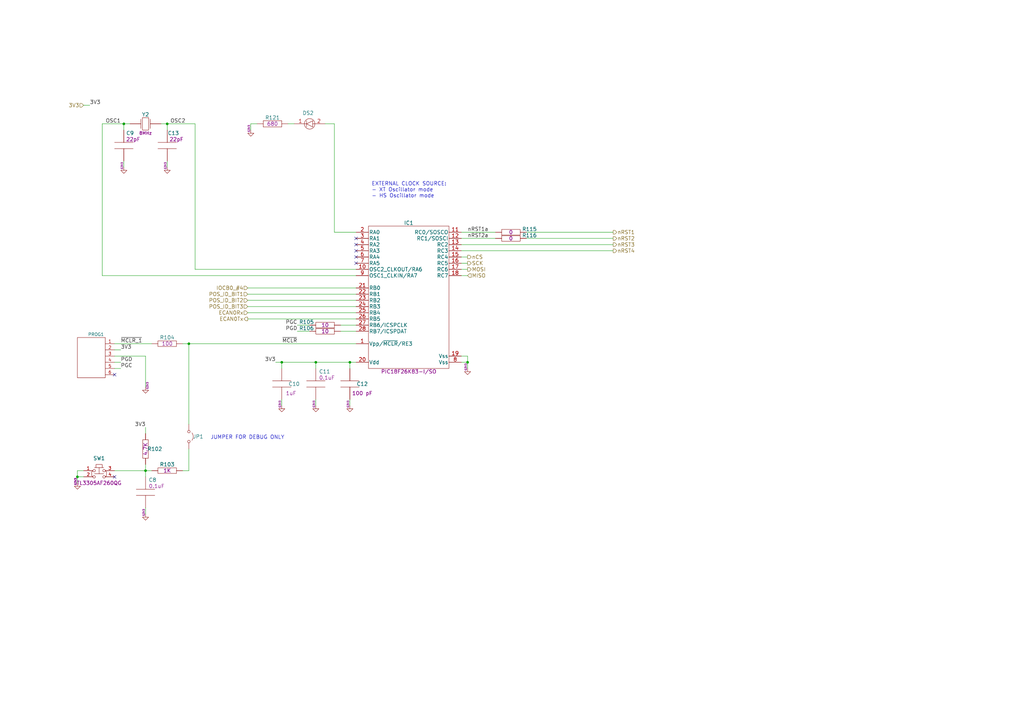
<source format=kicad_sch>
(kicad_sch
	(version 20250114)
	(generator "eeschema")
	(generator_version "9.0")
	(uuid "6263d661-cb59-4d13-b346-677ca0d1554f")
	(paper "A3")
	(title_block
		(title "${PART_NUM} ${PCB_NAME} ${ASSY_VARIANT} ${ASSY_NAME}")
		(date "2025-03-12")
		(rev "${REVISION}${REVISION_SCH}")
		(company "${COMPANY}")
		(comment 1 "${PART_NUM}")
		(comment 2 "${PRJ_NUM}")
		(comment 3 "${PRJ_NAME}")
		(comment 4 "${DESIGNED}")
		(comment 5 "${PART_NUM_ICT}")
	)
	(lib_symbols
		(symbol "Capacitor_AVX:06035C104KAZ2A"
			(pin_numbers
				(hide yes)
			)
			(pin_names
				(offset 1.016)
			)
			(exclude_from_sim no)
			(in_bom yes)
			(on_board yes)
			(property "Reference" "C"
				(at -5.08 1.27 90)
				(effects
					(font
						(size 1.524 1.524)
					)
					(justify left)
				)
			)
			(property "Value" "06035C104KAZ2A"
				(at 1.27 -12.7 0)
				(effects
					(font
						(size 1.524 1.524)
					)
					(hide yes)
				)
			)
			(property "Footprint" "Capacitor_AVX:CAPC1608X90N"
				(at 1.27 -35.56 0)
				(effects
					(font
						(size 1.524 1.524)
					)
					(hide yes)
				)
			)
			(property "Datasheet" ""
				(at 1.27 2.54 0)
				(effects
					(font
						(size 1.524 1.524)
					)
				)
			)
			(property "Description" "CAP CER 0.1UF 50V X7R 0603"
				(at 0 -17.78 0)
				(effects
					(font
						(size 1.524 1.524)
					)
					(hide yes)
				)
			)
			(property "Tolerance" "±10%"
				(at 0 -25.4 0)
				(effects
					(font
						(size 1.524 1.524)
					)
					(hide yes)
				)
			)
			(property "Nominal" "0.1uF"
				(at -2.54 1.27 90)
				(effects
					(font
						(size 1.524 1.524)
					)
					(justify left)
				)
			)
			(property "SupplierDevicePackage" "C0603"
				(at 0 -30.48 0)
				(effects
					(font
						(size 1.524 1.524)
					)
					(hide yes)
				)
			)
			(property "Voltage" "50V"
				(at 0 -22.86 0)
				(effects
					(font
						(size 1.524 1.524)
					)
					(hide yes)
				)
			)
			(property "SupplierPartNumber" "478-3540-1-ND"
				(at 1.27 -15.24 0)
				(effects
					(font
						(size 1.524 1.524)
					)
					(hide yes)
				)
			)
			(property "Supplier" "Digi-Key"
				(at 0 -33.02 0)
				(effects
					(font
						(size 1.524 1.524)
					)
					(hide yes)
				)
			)
			(property "ManufacturerPartNumber" "06035C104KAZ2A"
				(at 1.27 -10.16 0)
				(effects
					(font
						(size 1.524 1.524)
					)
					(hide yes)
				)
			)
			(property "Manufacturer" "AVX Corporation"
				(at 1.27 -20.32 0)
				(effects
					(font
						(size 1.524 1.524)
					)
					(hide yes)
				)
			)
			(property "Type" "X7R"
				(at 0 -27.94 0)
				(effects
					(font
						(size 1.524 1.524)
					)
					(hide yes)
				)
			)
			(symbol "06035C104KAZ2A_0_1"
				(polyline
					(pts
						(xy -1.27 3.81) (xy -1.27 -3.81)
					)
					(stroke
						(width 0)
						(type solid)
					)
					(fill
						(type none)
					)
				)
				(polyline
					(pts
						(xy 1.27 3.81) (xy 1.27 -3.81)
					)
					(stroke
						(width 0)
						(type solid)
					)
					(fill
						(type none)
					)
				)
			)
			(symbol "06035C104KAZ2A_1_1"
				(pin passive line
					(at -6.35 0 0)
					(length 5.08)
					(name "~"
						(effects
							(font
								(size 1.27 1.27)
							)
						)
					)
					(number "1"
						(effects
							(font
								(size 1.27 1.27)
							)
						)
					)
				)
				(pin passive line
					(at 6.35 0 180)
					(length 5.08)
					(name "~"
						(effects
							(font
								(size 1.27 1.27)
							)
						)
					)
					(number "2"
						(effects
							(font
								(size 1.27 1.27)
							)
						)
					)
				)
			)
			(embedded_fonts no)
		)
		(symbol "Capacitor_AVX:08055A220JAT2A"
			(pin_numbers
				(hide yes)
			)
			(pin_names
				(offset 1.016)
			)
			(exclude_from_sim no)
			(in_bom yes)
			(on_board yes)
			(property "Reference" "C"
				(at 0 5.08 0)
				(effects
					(font
						(size 1.524 1.524)
					)
				)
			)
			(property "Value" "08055A220JAT2A"
				(at 0 -11.43 0)
				(effects
					(font
						(size 1.524 1.524)
					)
					(hide yes)
				)
			)
			(property "Footprint" "Capacitor_AVX:CAPC1608X90N"
				(at 0 -24.13 0)
				(effects
					(font
						(size 1.524 1.524)
					)
					(hide yes)
				)
			)
			(property "Datasheet" ""
				(at 1.27 2.54 0)
				(effects
					(font
						(size 1.524 1.524)
					)
				)
			)
			(property "Description" "CAP CER 22PF 50V C0G/NP0 0805"
				(at 0 -16.51 0)
				(effects
					(font
						(size 1.524 1.524)
					)
					(hide yes)
				)
			)
			(property "Nominal" "22pF"
				(at 0 -6.35 0)
				(effects
					(font
						(size 1.524 1.524)
					)
				)
			)
			(property "SupplierPartNumber" "478-1308-2-ND"
				(at 0 -13.97 0)
				(effects
					(font
						(size 1.524 1.524)
					)
					(hide yes)
				)
			)
			(property "Supplier" "Digi-Key"
				(at 0 -21.59 0)
				(effects
					(font
						(size 1.524 1.524)
					)
					(hide yes)
				)
			)
			(property "ManufacturerPartNumber" "08055A220JAT2A"
				(at 0 -8.89 0)
				(effects
					(font
						(size 1.524 1.524)
					)
					(hide yes)
				)
			)
			(property "Manufacturer" "AVX Corporation"
				(at 0 -19.05 0)
				(effects
					(font
						(size 1.524 1.524)
					)
					(hide yes)
				)
			)
			(symbol "08055A220JAT2A_0_1"
				(polyline
					(pts
						(xy -1.27 3.81) (xy -1.27 -3.81)
					)
					(stroke
						(width 0)
						(type solid)
					)
					(fill
						(type none)
					)
				)
				(polyline
					(pts
						(xy 1.27 3.81) (xy 1.27 -3.81)
					)
					(stroke
						(width 0)
						(type solid)
					)
					(fill
						(type none)
					)
				)
			)
			(symbol "08055A220JAT2A_1_1"
				(pin passive line
					(at -6.35 0 0)
					(length 5.08)
					(name "~"
						(effects
							(font
								(size 1.27 1.27)
							)
						)
					)
					(number "1"
						(effects
							(font
								(size 1.27 1.27)
							)
						)
					)
				)
				(pin passive line
					(at 6.35 0 180)
					(length 5.08)
					(name "~"
						(effects
							(font
								(size 1.27 1.27)
							)
						)
					)
					(number "2"
						(effects
							(font
								(size 1.27 1.27)
							)
						)
					)
				)
			)
			(embedded_fonts no)
		)
		(symbol "Capacitor_AVX:08055C105KAT2A"
			(pin_numbers
				(hide yes)
			)
			(pin_names
				(offset 1.016)
			)
			(exclude_from_sim no)
			(in_bom yes)
			(on_board yes)
			(property "Reference" "C"
				(at 0 5.08 0)
				(effects
					(font
						(size 1.524 1.524)
					)
				)
			)
			(property "Value" "08055C105KAT2A"
				(at 0 -11.43 0)
				(effects
					(font
						(size 1.524 1.524)
					)
					(hide yes)
				)
			)
			(property "Footprint" "Capacitor_AVX:CAPC2012X94"
				(at 0 -34.29 0)
				(effects
					(font
						(size 1.524 1.524)
					)
					(hide yes)
				)
			)
			(property "Datasheet" ""
				(at 1.27 2.54 0)
				(effects
					(font
						(size 1.524 1.524)
					)
				)
			)
			(property "Description" "CAP CER 1UF 50V X7R 0805"
				(at 0 -16.51 0)
				(effects
					(font
						(size 1.524 1.524)
					)
					(hide yes)
				)
			)
			(property "Tolerance" "10%"
				(at 0 -31.75 0)
				(effects
					(font
						(size 1.524 1.524)
					)
					(hide yes)
				)
			)
			(property "Nominal" "1uF"
				(at 0 -6.35 0)
				(effects
					(font
						(size 1.524 1.524)
					)
				)
			)
			(property "SupplierDevicePackage" "C0805"
				(at 0 -29.21 0)
				(effects
					(font
						(size 1.524 1.524)
					)
					(hide yes)
				)
			)
			(property "Voltage" "50V"
				(at 0 -21.59 0)
				(effects
					(font
						(size 1.524 1.524)
					)
					(hide yes)
				)
			)
			(property "SupplierPartNumber" "478-7956-1-ND"
				(at 0 -13.97 0)
				(effects
					(font
						(size 1.524 1.524)
					)
					(hide yes)
				)
			)
			(property "Supplier" "Digi-Key"
				(at 0 -24.13 0)
				(effects
					(font
						(size 1.524 1.524)
					)
					(hide yes)
				)
			)
			(property "ManufacturerPartNumber" "08055C105KAT2A"
				(at 0 -8.89 0)
				(effects
					(font
						(size 1.524 1.524)
					)
					(hide yes)
				)
			)
			(property "Manufacturer" "AVX Corporation"
				(at 0 -19.05 0)
				(effects
					(font
						(size 1.524 1.524)
					)
					(hide yes)
				)
			)
			(property "Type" "X7R"
				(at 0 -26.67 0)
				(effects
					(font
						(size 1.524 1.524)
					)
					(hide yes)
				)
			)
			(symbol "08055C105KAT2A_0_1"
				(polyline
					(pts
						(xy -1.27 3.81) (xy -1.27 -3.81)
					)
					(stroke
						(width 0)
						(type solid)
					)
					(fill
						(type none)
					)
				)
				(polyline
					(pts
						(xy 1.27 3.81) (xy 1.27 -3.81)
					)
					(stroke
						(width 0)
						(type solid)
					)
					(fill
						(type none)
					)
				)
			)
			(symbol "08055C105KAT2A_1_1"
				(pin passive line
					(at -6.35 0 0)
					(length 5.08)
					(name "~"
						(effects
							(font
								(size 1.27 1.27)
							)
						)
					)
					(number "1"
						(effects
							(font
								(size 1.27 1.27)
							)
						)
					)
				)
				(pin passive line
					(at 6.35 0 180)
					(length 5.08)
					(name "~"
						(effects
							(font
								(size 1.27 1.27)
							)
						)
					)
					(number "2"
						(effects
							(font
								(size 1.27 1.27)
							)
						)
					)
				)
			)
			(embedded_fonts no)
		)
		(symbol "Capacitor_KEMET:C0805C101K5RACTU"
			(pin_numbers
				(hide yes)
			)
			(pin_names
				(offset 1.016)
			)
			(exclude_from_sim no)
			(in_bom yes)
			(on_board yes)
			(property "Reference" "C"
				(at 0 5.08 0)
				(effects
					(font
						(size 1.524 1.524)
					)
				)
			)
			(property "Value" "C0805C101K5RACTU"
				(at 0 -11.43 0)
				(effects
					(font
						(size 1.524 1.524)
					)
					(hide yes)
				)
			)
			(property "Footprint" "Capacitor_KEMET_C0G:CAPC2012X120N"
				(at 0 -34.29 0)
				(effects
					(font
						(size 1.524 1.524)
					)
					(hide yes)
				)
			)
			(property "Datasheet" ""
				(at 1.27 2.54 0)
				(effects
					(font
						(size 1.524 1.524)
					)
					(hide yes)
				)
			)
			(property "Description" "CAP CER 100PF 50V X7R 0805"
				(at 0 -16.51 0)
				(effects
					(font
						(size 1.524 1.524)
					)
					(hide yes)
				)
			)
			(property "Tolerance" "10%"
				(at 0 -31.75 0)
				(effects
					(font
						(size 1.524 1.524)
					)
					(hide yes)
				)
			)
			(property "Nominal" "100 pF"
				(at 0 -6.35 0)
				(effects
					(font
						(size 1.524 1.524)
					)
				)
			)
			(property "SupplierDevicePackage" "C0805"
				(at 0 -29.21 0)
				(effects
					(font
						(size 1.524 1.524)
					)
					(hide yes)
				)
			)
			(property "Voltage" "50V"
				(at 0 -21.59 0)
				(effects
					(font
						(size 1.524 1.524)
					)
					(hide yes)
				)
			)
			(property "SupplierPartNumber" "399-7981-1-ND"
				(at 0 -13.97 0)
				(effects
					(font
						(size 1.524 1.524)
					)
					(hide yes)
				)
			)
			(property "Supplier" "Digi-Key"
				(at 0 -24.13 0)
				(effects
					(font
						(size 1.524 1.524)
					)
					(hide yes)
				)
			)
			(property "ManufacturerPartNumber" "C0805C101K5RACTU"
				(at 0 -8.89 0)
				(effects
					(font
						(size 1.524 1.524)
					)
					(hide yes)
				)
			)
			(property "Manufacturer" "KEMET"
				(at 0 -19.05 0)
				(effects
					(font
						(size 1.524 1.524)
					)
					(hide yes)
				)
			)
			(property "Type" "X7R"
				(at 0 -26.67 0)
				(effects
					(font
						(size 1.524 1.524)
					)
					(hide yes)
				)
			)
			(symbol "C0805C101K5RACTU_0_1"
				(polyline
					(pts
						(xy -1.27 3.81) (xy -1.27 -3.81)
					)
					(stroke
						(width 0)
						(type solid)
					)
					(fill
						(type none)
					)
				)
				(polyline
					(pts
						(xy 1.27 3.81) (xy 1.27 -3.81)
					)
					(stroke
						(width 0)
						(type solid)
					)
					(fill
						(type none)
					)
				)
			)
			(symbol "C0805C101K5RACTU_1_1"
				(pin passive line
					(at -6.35 0 0)
					(length 5.08)
					(name "~"
						(effects
							(font
								(size 1.27 1.27)
							)
						)
					)
					(number "1"
						(effects
							(font
								(size 1.27 1.27)
							)
						)
					)
				)
				(pin passive line
					(at 6.35 0 180)
					(length 5.08)
					(name "~"
						(effects
							(font
								(size 1.27 1.27)
							)
						)
					)
					(number "2"
						(effects
							(font
								(size 1.27 1.27)
							)
						)
					)
				)
			)
			(embedded_fonts no)
		)
		(symbol "Connector_Samtec:SSW-106-02-G-S"
			(pin_names
				(offset 1.016)
				(hide yes)
			)
			(exclude_from_sim no)
			(in_bom yes)
			(on_board yes)
			(property "Reference" "P"
				(at -12.065 3.81 0)
				(effects
					(font
						(size 1.27 1.27)
					)
				)
			)
			(property "Value" "SSW-106-02-G-S"
				(at -7.62 -25.4 0)
				(effects
					(font
						(size 1.524 1.524)
					)
					(hide yes)
				)
			)
			(property "Footprint" "_Connector_Samtec:SAMTEC_SSW-106-02-G-S"
				(at -7.62 -33.02 0)
				(effects
					(font
						(size 1.524 1.524)
					)
					(hide yes)
				)
			)
			(property "Datasheet" ""
				(at 1.27 0 0)
				(effects
					(font
						(size 1.27 1.27)
					)
					(hide yes)
				)
			)
			(property "Description" "CONN HDR 6POS 0.1 GOLD PCB"
				(at -7.62 -20.32 0)
				(effects
					(font
						(size 1.524 1.524)
					)
					(hide yes)
				)
			)
			(property "ManufacturerPartNumber" "SSW-106-02-G-S"
				(at -7.62 -15.24 0)
				(effects
					(font
						(size 1.524 1.524)
					)
					(hide yes)
				)
			)
			(property "SupplierPartNumber" "SSW-106-02-G-S"
				(at -7.62 -17.78 0)
				(effects
					(font
						(size 1.524 1.524)
					)
					(hide yes)
				)
			)
			(property "Supplier" "Samtec Inc."
				(at -7.62 -30.48 0)
				(effects
					(font
						(size 1.524 1.524)
					)
					(hide yes)
				)
			)
			(property "Manufacturer" "Samtec Inc."
				(at -8.89 -22.86 0)
				(effects
					(font
						(size 1.524 1.524)
					)
					(hide yes)
				)
			)
			(symbol "SSW-106-02-G-S_1_1"
				(rectangle
					(start -15.24 2.54)
					(end -3.81 -13.97)
					(stroke
						(width 0)
						(type solid)
					)
					(fill
						(type none)
					)
				)
				(pin passive line
					(at 0 0 180)
					(length 3.81)
					(name "Pin_1"
						(effects
							(font
								(size 1.27 1.27)
							)
						)
					)
					(number "1"
						(effects
							(font
								(size 1.27 1.27)
							)
						)
					)
				)
				(pin passive line
					(at 0 -2.54 180)
					(length 3.81)
					(name "Pin_2"
						(effects
							(font
								(size 1.27 1.27)
							)
						)
					)
					(number "2"
						(effects
							(font
								(size 1.27 1.27)
							)
						)
					)
				)
				(pin passive line
					(at 0 -5.08 180)
					(length 3.81)
					(name "Pin_3"
						(effects
							(font
								(size 1.27 1.27)
							)
						)
					)
					(number "3"
						(effects
							(font
								(size 1.27 1.27)
							)
						)
					)
				)
				(pin passive line
					(at 0 -7.62 180)
					(length 3.81)
					(name "Pin_4"
						(effects
							(font
								(size 1.27 1.27)
							)
						)
					)
					(number "4"
						(effects
							(font
								(size 1.27 1.27)
							)
						)
					)
				)
				(pin passive line
					(at 0 -10.16 180)
					(length 3.81)
					(name "Pin_5"
						(effects
							(font
								(size 1.27 1.27)
							)
						)
					)
					(number "5"
						(effects
							(font
								(size 1.27 1.27)
							)
						)
					)
				)
				(pin passive line
					(at 0 -12.7 180)
					(length 3.81)
					(name "Pin_6"
						(effects
							(font
								(size 1.27 1.27)
							)
						)
					)
					(number "6"
						(effects
							(font
								(size 1.27 1.27)
							)
						)
					)
				)
			)
			(embedded_fonts no)
		)
		(symbol "Connector_Wurth:61300211121"
			(pin_numbers
				(hide yes)
			)
			(pin_names
				(offset 1.016)
				(hide yes)
			)
			(exclude_from_sim no)
			(in_bom yes)
			(on_board yes)
			(property "Reference" "JP"
				(at 0 3.175 0)
				(effects
					(font
						(size 1.524 1.524)
					)
				)
			)
			(property "Value" "61300211121"
				(at 0 -2.54 0)
				(effects
					(font
						(size 1.524 1.524)
					)
					(hide yes)
				)
			)
			(property "Footprint" "_Connector_Wurth:WURTH_61300211121"
				(at 0 -17.78 0)
				(effects
					(font
						(size 1.524 1.524)
					)
					(hide yes)
				)
			)
			(property "Datasheet" ""
				(at 0 -5.08 0)
				(effects
					(font
						(size 1.524 1.524)
					)
					(hide yes)
				)
			)
			(property "Description" "CONN HEADER VERT 2POS 2.54MM"
				(at 0 -10.16 0)
				(effects
					(font
						(size 1.524 1.524)
					)
					(hide yes)
				)
			)
			(property "ManufacturerPartNumber" "61300211121"
				(at 0 -5.08 0)
				(effects
					(font
						(size 1.524 1.524)
					)
					(hide yes)
				)
			)
			(property "Manufacturer" "Wurth Electronics Inc."
				(at 0 -12.7 0)
				(effects
					(font
						(size 1.524 1.524)
					)
					(hide yes)
				)
			)
			(property "SupplierPartNumber" "732-5315-ND"
				(at 0 -7.62 0)
				(effects
					(font
						(size 1.524 1.524)
					)
					(hide yes)
				)
			)
			(property "Supplier" "Digi-Key"
				(at 0 -15.24 0)
				(effects
					(font
						(size 1.524 1.524)
					)
					(hide yes)
				)
			)
			(symbol "61300211121_1_0"
				(circle
					(center -2.032 0)
					(radius 0.508)
					(stroke
						(width 0)
						(type solid)
					)
					(fill
						(type none)
					)
				)
				(circle
					(center 2.032 0)
					(radius 0.508)
					(stroke
						(width 0)
						(type solid)
					)
					(fill
						(type none)
					)
				)
			)
			(symbol "61300211121_1_1"
				(arc
					(start -1.524 1.27)
					(mid 0 1.778)
					(end 1.524 1.27)
					(stroke
						(width 0)
						(type solid)
					)
					(fill
						(type none)
					)
				)
				(pin passive line
					(at -5.08 0 0)
					(length 2.54)
					(name "A"
						(effects
							(font
								(size 1.27 1.27)
							)
						)
					)
					(number "1"
						(effects
							(font
								(size 1.27 1.27)
							)
						)
					)
				)
				(pin passive line
					(at 5.08 0 180)
					(length 2.54)
					(name "B"
						(effects
							(font
								(size 1.27 1.27)
							)
						)
					)
					(number "2"
						(effects
							(font
								(size 1.27 1.27)
							)
						)
					)
				)
			)
			(embedded_fonts no)
		)
		(symbol "Dialight:597-3308-202F"
			(pin_names
				(offset 1.016)
				(hide yes)
			)
			(exclude_from_sim no)
			(in_bom yes)
			(on_board yes)
			(property "Reference" "DS"
				(at 0 4.445 0)
				(effects
					(font
						(size 1.524 1.524)
					)
				)
			)
			(property "Value" "597-3308-202F"
				(at 0 -5.08 0)
				(effects
					(font
						(size 1.524 1.524)
					)
					(hide yes)
				)
			)
			(property "Footprint" "_Dialight:LEDM3527X190"
				(at 0.127 -26.416 0)
				(effects
					(font
						(size 1.524 1.524)
					)
					(hide yes)
				)
			)
			(property "Datasheet" ""
				(at 0 0 0)
				(effects
					(font
						(size 1.524 1.524)
					)
				)
			)
			(property "Description" "LED GREEN CLEAR 2PLCC SMD 2MA"
				(at 0 -12.7 0)
				(effects
					(font
						(size 1.524 1.524)
					)
					(hide yes)
				)
			)
			(property "SupplierPartNumber" ""
				(at 0 -10.16 0)
				(effects
					(font
						(size 1.524 1.524)
					)
					(hide yes)
				)
			)
			(property "Supplier" "Digi-Key"
				(at 0 -21.59 0)
				(effects
					(font
						(size 1.524 1.524)
					)
					(hide yes)
				)
			)
			(property "ManufacturerPartNumber" "597-3308-202F"
				(at 0 -7.62 0)
				(effects
					(font
						(size 1.524 1.524)
					)
					(hide yes)
				)
			)
			(property "Voltage" ""
				(at 0 -21.59 0)
				(effects
					(font
						(size 1.524 1.524)
					)
					(hide yes)
				)
			)
			(property "Size" "2-PLCC"
				(at 0 -19.05 0)
				(effects
					(font
						(size 1.524 1.524)
					)
					(hide yes)
				)
			)
			(property "Manufacturer" "Dialight"
				(at 0 -15.24 0)
				(effects
					(font
						(size 1.524 1.524)
					)
					(hide yes)
				)
			)
			(property "ki_keywords" "LED"
				(at 0 0 0)
				(effects
					(font
						(size 1.27 1.27)
					)
					(hide yes)
				)
			)
			(symbol "597-3308-202F_0_1"
				(polyline
					(pts
						(xy -1.27 1.27) (xy -1.27 -1.27) (xy 1.27 0) (xy -1.27 1.27)
					)
					(stroke
						(width 0)
						(type solid)
					)
					(fill
						(type none)
					)
				)
				(circle
					(center 0 0)
					(radius 2.159)
					(stroke
						(width 0)
						(type solid)
					)
					(fill
						(type none)
					)
				)
				(polyline
					(pts
						(xy 1.27 1.27) (xy 1.27 -1.27)
					)
					(stroke
						(width 0)
						(type solid)
					)
					(fill
						(type none)
					)
				)
			)
			(symbol "597-3308-202F_1_1"
				(pin passive line
					(at -6.35 0 0)
					(length 5.08)
					(name "-"
						(effects
							(font
								(size 1.524 1.524)
							)
						)
					)
					(number "2"
						(effects
							(font
								(size 1.524 1.524)
							)
						)
					)
				)
				(pin passive line
					(at 6.35 0 180)
					(length 5.08)
					(name "+"
						(effects
							(font
								(size 1.524 1.524)
							)
						)
					)
					(number "1"
						(effects
							(font
								(size 1.524 1.524)
							)
						)
					)
				)
			)
			(embedded_fonts no)
		)
		(symbol "E-Switch:TL3305AF260QG"
			(pin_names
				(offset 1.016)
				(hide yes)
			)
			(exclude_from_sim no)
			(in_bom yes)
			(on_board yes)
			(property "Reference" "SW"
				(at 0 5.08 0)
				(effects
					(font
						(size 1.524 1.524)
					)
				)
			)
			(property "Value" "TL3305AF260QG"
				(at 0 -6.35 0)
				(effects
					(font
						(size 1.524 1.524)
					)
					(hide yes)
				)
			)
			(property "Footprint" "_ESwitch:ESWITCH_TL3305AF260QG"
				(at 0 -19.05 0)
				(effects
					(font
						(size 1.524 1.524)
					)
					(hide yes)
				)
			)
			(property "Datasheet" ""
				(at -1.27 -10.16 0)
				(effects
					(font
						(size 1.524 1.524)
					)
				)
			)
			(property "Description" "SWITCH TACTILE SPST-NO 50MA 12V"
				(at 0 -11.43 0)
				(effects
					(font
						(size 1.524 1.524)
					)
					(hide yes)
				)
			)
			(property "Supplier" "Digi-Key"
				(at 0 -16.51 0)
				(effects
					(font
						(size 1.524 1.524)
					)
					(hide yes)
				)
			)
			(property "ManufacturerPartNumber" "TL3305AF260QG"
				(at 0 -3.81 0)
				(effects
					(font
						(size 1.524 1.524)
					)
				)
			)
			(property "SupplierPartNumber" "EG5353TR-ND"
				(at 0 -8.89 0)
				(effects
					(font
						(size 1.524 1.524)
					)
					(hide yes)
				)
			)
			(property "Manufacturer" "E-Switch"
				(at 0 -13.97 0)
				(effects
					(font
						(size 1.524 1.524)
					)
					(hide yes)
				)
			)
			(symbol "TL3305AF260QG_0_1"
				(polyline
					(pts
						(xy -1.27 2.54) (xy -1.27 3.81) (xy 1.27 3.81) (xy 1.27 2.54)
					)
					(stroke
						(width 0)
						(type solid)
					)
					(fill
						(type none)
					)
				)
				(polyline
					(pts
						(xy 0 2.54) (xy 0 0)
					)
					(stroke
						(width 0)
						(type solid)
					)
					(fill
						(type none)
					)
				)
			)
			(symbol "TL3305AF260QG_1_1"
				(polyline
					(pts
						(xy -2.54 1.27) (xy -3.048 0.762) (xy -3.048 -0.762) (xy -2.54 -1.27)
					)
					(stroke
						(width 0)
						(type default)
					)
					(fill
						(type none)
					)
				)
				(circle
					(center -2.032 1.27)
					(radius 0.508)
					(stroke
						(width 0)
						(type solid)
					)
					(fill
						(type none)
					)
				)
				(circle
					(center -2.032 -1.27)
					(radius 0.508)
					(stroke
						(width 0)
						(type solid)
					)
					(fill
						(type none)
					)
				)
				(polyline
					(pts
						(xy 1.905 2.54) (xy -1.905 2.54)
					)
					(stroke
						(width 0)
						(type solid)
					)
					(fill
						(type none)
					)
				)
				(polyline
					(pts
						(xy 1.905 0) (xy -1.905 0)
					)
					(stroke
						(width 0)
						(type solid)
					)
					(fill
						(type none)
					)
				)
				(circle
					(center 2.032 1.27)
					(radius 0.508)
					(stroke
						(width 0)
						(type solid)
					)
					(fill
						(type none)
					)
				)
				(circle
					(center 2.032 -1.27)
					(radius 0.508)
					(stroke
						(width 0)
						(type solid)
					)
					(fill
						(type none)
					)
				)
				(polyline
					(pts
						(xy 2.54 1.27) (xy 3.048 0.762) (xy 3.048 -0.762) (xy 2.54 -1.27)
					)
					(stroke
						(width 0)
						(type default)
					)
					(fill
						(type none)
					)
				)
				(pin passive line
					(at -6.35 1.27 0)
					(length 3.81)
					(name "1"
						(effects
							(font
								(size 1.27 1.27)
							)
						)
					)
					(number "1"
						(effects
							(font
								(size 1.27 1.27)
							)
						)
					)
				)
				(pin passive line
					(at -6.35 -1.27 0)
					(length 3.81)
					(name "2"
						(effects
							(font
								(size 1.27 1.27)
							)
						)
					)
					(number "2"
						(effects
							(font
								(size 1.27 1.27)
							)
						)
					)
				)
				(pin passive line
					(at 6.35 1.27 180)
					(length 3.81)
					(name "3"
						(effects
							(font
								(size 1.27 1.27)
							)
						)
					)
					(number "3"
						(effects
							(font
								(size 1.27 1.27)
							)
						)
					)
				)
				(pin passive line
					(at 6.35 -1.27 180)
					(length 3.81)
					(name "4"
						(effects
							(font
								(size 1.27 1.27)
							)
						)
					)
					(number "4"
						(effects
							(font
								(size 1.27 1.27)
							)
						)
					)
				)
			)
			(embedded_fonts no)
		)
		(symbol "ESC_Inc:ECS-80-20-5PX-TR"
			(pin_numbers
				(hide yes)
			)
			(pin_names
				(offset 1.016)
			)
			(exclude_from_sim no)
			(in_bom yes)
			(on_board yes)
			(property "Reference" "Y"
				(at 0 4.445 0)
				(effects
					(font
						(size 1.524 1.524)
					)
				)
			)
			(property "Value" "ECS-80-20-5PX-TR"
				(at 0 -7.62 0)
				(effects
					(font
						(size 1.524 1.524)
					)
					(hide yes)
				)
			)
			(property "Footprint" "_ECS:XTAL1140X470X430"
				(at 0 -27.94 0)
				(effects
					(font
						(size 1.524 1.524)
					)
					(hide yes)
				)
			)
			(property "Datasheet" ""
				(at -1.27 -1.27 0)
				(effects
					(font
						(size 1.524 1.524)
					)
				)
			)
			(property "Description" "CRYSTAL 8.0000MHZ 20PF SMD"
				(at 0 -15.24 0)
				(effects
					(font
						(size 1.524 1.524)
					)
					(hide yes)
				)
			)
			(property "Manufacturer" "ECS Inc."
				(at 0 -17.78 0)
				(effects
					(font
						(size 1.524 1.524)
					)
					(hide yes)
				)
			)
			(property "Tolerance" "±50ppm"
				(at 0 -22.86 0)
				(effects
					(font
						(size 1.524 1.524)
					)
					(hide yes)
				)
			)
			(property "Supplier" "Digi-Key"
				(at 0 -25.4 0)
				(effects
					(font
						(size 1.524 1.524)
					)
					(hide yes)
				)
			)
			(property "ManufacturerPartNumber" "ECS-80-20-5PX-TR"
				(at 0 -10.16 0)
				(effects
					(font
						(size 1.524 1.524)
					)
					(hide yes)
				)
			)
			(property "SupplierDevicePackage" "HC-49/US"
				(at 0 -20.32 0)
				(effects
					(font
						(size 1.524 1.524)
					)
					(hide yes)
				)
			)
			(property "SupplierPartNumber" "XC2076CT-ND"
				(at 0 -12.7 0)
				(effects
					(font
						(size 1.524 1.524)
					)
					(hide yes)
				)
			)
			(property "Frequency" "8MHz"
				(at 0 -4.445 0)
				(effects
					(font
						(size 1.524 1.524)
					)
				)
			)
			(symbol "ECS-80-20-5PX-TR_0_1"
				(polyline
					(pts
						(xy -1.905 1.905) (xy -1.905 -1.905)
					)
					(stroke
						(width 0)
						(type solid)
					)
					(fill
						(type none)
					)
				)
				(rectangle
					(start -1.27 2.54)
					(end 1.27 -2.54)
					(stroke
						(width 0)
						(type solid)
					)
					(fill
						(type none)
					)
				)
				(polyline
					(pts
						(xy 1.905 1.905) (xy 1.905 -1.905)
					)
					(stroke
						(width 0)
						(type solid)
					)
					(fill
						(type none)
					)
				)
			)
			(symbol "ECS-80-20-5PX-TR_1_1"
				(pin passive line
					(at -6.35 0 0)
					(length 4.445)
					(name "~"
						(effects
							(font
								(size 1.27 1.27)
							)
						)
					)
					(number "1"
						(effects
							(font
								(size 1.27 1.27)
							)
						)
					)
				)
				(pin passive line
					(at 6.35 0 180)
					(length 4.445)
					(name "~"
						(effects
							(font
								(size 1.27 1.27)
							)
						)
					)
					(number "2"
						(effects
							(font
								(size 1.27 1.27)
							)
						)
					)
				)
			)
			(embedded_fonts no)
		)
		(symbol "Microchip:PIC18F26K83-I_SO"
			(pin_names
				(offset 0.254)
			)
			(exclude_from_sim no)
			(in_bom yes)
			(on_board yes)
			(property "Reference" "IC"
				(at 0 33.02 0)
				(effects
					(font
						(size 1.524 1.524)
					)
				)
			)
			(property "Value" "PIC18F26K83-I_SO"
				(at 0 -33.02 0)
				(effects
					(font
						(size 1.524 1.524)
					)
					(hide yes)
				)
			)
			(property "Footprint" "_Microchip:SOIC28P127_1786X1034X264L83X43N"
				(at 0 -48.26 0)
				(effects
					(font
						(size 1.524 1.524)
					)
					(hide yes)
				)
			)
			(property "Datasheet" "http://ww1.microchip.com/downloads/en/DeviceDoc/40001943A.pdf"
				(at 0 -57.15 0)
				(effects
					(font
						(size 1.524 1.524)
					)
					(hide yes)
				)
			)
			(property "Description" "IC MCU 8BIT 64KB FLASH 28SOIC"
				(at 0 -38.1 0)
				(effects
					(font
						(size 1.524 1.524)
					)
					(hide yes)
				)
			)
			(property "SupplierDevicePackage" "28-SOIC (0.295mil 7.50mm Width)"
				(at 0 -45.72 0)
				(effects
					(font
						(size 1.524 1.524)
					)
					(hide yes)
				)
			)
			(property "SupplierPartNumber" "PIC18F26K83-I/SO-ND"
				(at 0 -35.56 0)
				(effects
					(font
						(size 1.524 1.524)
					)
					(hide yes)
				)
			)
			(property "Supplier" "Digi-Key"
				(at 0 -43.18 0)
				(effects
					(font
						(size 1.524 1.524)
					)
					(hide yes)
				)
			)
			(property "ManufacturerPartNumber" "PIC18F26K83-I/SO"
				(at 0 -30.48 0)
				(effects
					(font
						(size 1.524 1.524)
					)
				)
			)
			(property "Manufacturer" "Microchip Technology"
				(at 0 -40.64 0)
				(effects
					(font
						(size 1.524 1.524)
					)
					(hide yes)
				)
			)
			(symbol "PIC18F26K83-I_SO_0_1"
				(rectangle
					(start -16.51 30.48)
					(end 16.51 -27.94)
					(stroke
						(width 0)
						(type solid)
					)
					(fill
						(type none)
					)
				)
			)
			(symbol "PIC18F26K83-I_SO_1_1"
				(pin bidirectional line
					(at -21.59 27.94 0)
					(length 5.08)
					(name "RA0"
						(effects
							(font
								(size 1.524 1.524)
							)
						)
					)
					(number "2"
						(effects
							(font
								(size 1.524 1.524)
							)
						)
					)
				)
				(pin bidirectional line
					(at -21.59 25.4 0)
					(length 5.08)
					(name "RA1"
						(effects
							(font
								(size 1.524 1.524)
							)
						)
					)
					(number "3"
						(effects
							(font
								(size 1.524 1.524)
							)
						)
					)
				)
				(pin bidirectional line
					(at -21.59 22.86 0)
					(length 5.08)
					(name "RA2"
						(effects
							(font
								(size 1.524 1.524)
							)
						)
					)
					(number "4"
						(effects
							(font
								(size 1.524 1.524)
							)
						)
					)
				)
				(pin bidirectional line
					(at -21.59 20.32 0)
					(length 5.08)
					(name "RA3"
						(effects
							(font
								(size 1.524 1.524)
							)
						)
					)
					(number "5"
						(effects
							(font
								(size 1.524 1.524)
							)
						)
					)
				)
				(pin bidirectional line
					(at -21.59 17.78 0)
					(length 5.08)
					(name "RA4"
						(effects
							(font
								(size 1.524 1.524)
							)
						)
					)
					(number "6"
						(effects
							(font
								(size 1.524 1.524)
							)
						)
					)
				)
				(pin bidirectional line
					(at -21.59 15.24 0)
					(length 5.08)
					(name "RA5"
						(effects
							(font
								(size 1.524 1.524)
							)
						)
					)
					(number "7"
						(effects
							(font
								(size 1.524 1.524)
							)
						)
					)
				)
				(pin bidirectional line
					(at -21.59 12.7 0)
					(length 5.08)
					(name "OSC2_CLKOUT/RA6"
						(effects
							(font
								(size 1.524 1.524)
							)
						)
					)
					(number "10"
						(effects
							(font
								(size 1.524 1.524)
							)
						)
					)
				)
				(pin bidirectional line
					(at -21.59 10.16 0)
					(length 5.08)
					(name "OSC1_CLKIN/RA7"
						(effects
							(font
								(size 1.524 1.524)
							)
						)
					)
					(number "9"
						(effects
							(font
								(size 1.524 1.524)
							)
						)
					)
				)
				(pin bidirectional line
					(at -21.59 5.08 0)
					(length 5.08)
					(name "RB0"
						(effects
							(font
								(size 1.524 1.524)
							)
						)
					)
					(number "21"
						(effects
							(font
								(size 1.524 1.524)
							)
						)
					)
				)
				(pin bidirectional line
					(at -21.59 2.54 0)
					(length 5.08)
					(name "RB1"
						(effects
							(font
								(size 1.524 1.524)
							)
						)
					)
					(number "22"
						(effects
							(font
								(size 1.524 1.524)
							)
						)
					)
				)
				(pin bidirectional line
					(at -21.59 0 0)
					(length 5.08)
					(name "RB2"
						(effects
							(font
								(size 1.524 1.524)
							)
						)
					)
					(number "23"
						(effects
							(font
								(size 1.524 1.524)
							)
						)
					)
				)
				(pin bidirectional line
					(at -21.59 -2.54 0)
					(length 5.08)
					(name "RB3"
						(effects
							(font
								(size 1.524 1.524)
							)
						)
					)
					(number "24"
						(effects
							(font
								(size 1.524 1.524)
							)
						)
					)
				)
				(pin bidirectional line
					(at -21.59 -5.08 0)
					(length 5.08)
					(name "RB4"
						(effects
							(font
								(size 1.524 1.524)
							)
						)
					)
					(number "25"
						(effects
							(font
								(size 1.524 1.524)
							)
						)
					)
				)
				(pin bidirectional line
					(at -21.59 -7.62 0)
					(length 5.08)
					(name "RB5"
						(effects
							(font
								(size 1.524 1.524)
							)
						)
					)
					(number "26"
						(effects
							(font
								(size 1.524 1.524)
							)
						)
					)
				)
				(pin bidirectional line
					(at -21.59 -10.16 0)
					(length 5.08)
					(name "RB6/ICSPCLK"
						(effects
							(font
								(size 1.524 1.524)
							)
						)
					)
					(number "27"
						(effects
							(font
								(size 1.524 1.524)
							)
						)
					)
				)
				(pin bidirectional line
					(at -21.59 -12.7 0)
					(length 5.08)
					(name "RB7/ICSPDAT"
						(effects
							(font
								(size 1.524 1.524)
							)
						)
					)
					(number "28"
						(effects
							(font
								(size 1.524 1.524)
							)
						)
					)
				)
				(pin input line
					(at -21.59 -17.78 0)
					(length 5.08)
					(name "Vpp/~{MCLR}/RE3"
						(effects
							(font
								(size 1.524 1.524)
							)
						)
					)
					(number "1"
						(effects
							(font
								(size 1.524 1.524)
							)
						)
					)
				)
				(pin passive line
					(at -21.59 -25.4 0)
					(length 5.08)
					(name "Vdd"
						(effects
							(font
								(size 1.524 1.524)
							)
						)
					)
					(number "20"
						(effects
							(font
								(size 1.524 1.524)
							)
						)
					)
				)
				(pin bidirectional line
					(at 21.59 27.94 180)
					(length 5.08)
					(name "RC0/SOSCO"
						(effects
							(font
								(size 1.524 1.524)
							)
						)
					)
					(number "11"
						(effects
							(font
								(size 1.524 1.524)
							)
						)
					)
				)
				(pin bidirectional line
					(at 21.59 25.4 180)
					(length 5.08)
					(name "RC1/SOSCI"
						(effects
							(font
								(size 1.524 1.524)
							)
						)
					)
					(number "12"
						(effects
							(font
								(size 1.524 1.524)
							)
						)
					)
				)
				(pin bidirectional line
					(at 21.59 22.86 180)
					(length 5.08)
					(name "RC2"
						(effects
							(font
								(size 1.524 1.524)
							)
						)
					)
					(number "13"
						(effects
							(font
								(size 1.524 1.524)
							)
						)
					)
				)
				(pin bidirectional line
					(at 21.59 20.32 180)
					(length 5.08)
					(name "RC3"
						(effects
							(font
								(size 1.524 1.524)
							)
						)
					)
					(number "14"
						(effects
							(font
								(size 1.524 1.524)
							)
						)
					)
				)
				(pin bidirectional line
					(at 21.59 17.78 180)
					(length 5.08)
					(name "RC4"
						(effects
							(font
								(size 1.524 1.524)
							)
						)
					)
					(number "15"
						(effects
							(font
								(size 1.524 1.524)
							)
						)
					)
				)
				(pin bidirectional line
					(at 21.59 15.24 180)
					(length 5.08)
					(name "RC5"
						(effects
							(font
								(size 1.524 1.524)
							)
						)
					)
					(number "16"
						(effects
							(font
								(size 1.524 1.524)
							)
						)
					)
				)
				(pin bidirectional line
					(at 21.59 12.7 180)
					(length 5.08)
					(name "RC6"
						(effects
							(font
								(size 1.524 1.524)
							)
						)
					)
					(number "17"
						(effects
							(font
								(size 1.524 1.524)
							)
						)
					)
				)
				(pin bidirectional line
					(at 21.59 10.16 180)
					(length 5.08)
					(name "RC7"
						(effects
							(font
								(size 1.524 1.524)
							)
						)
					)
					(number "18"
						(effects
							(font
								(size 1.524 1.524)
							)
						)
					)
				)
				(pin passive line
					(at 21.59 -22.86 180)
					(length 5.08)
					(name "Vss"
						(effects
							(font
								(size 1.524 1.524)
							)
						)
					)
					(number "19"
						(effects
							(font
								(size 1.524 1.524)
							)
						)
					)
				)
				(pin passive line
					(at 21.59 -25.4 180)
					(length 5.08)
					(name "Vss"
						(effects
							(font
								(size 1.524 1.524)
							)
						)
					)
					(number "8"
						(effects
							(font
								(size 1.524 1.524)
							)
						)
					)
				)
			)
			(embedded_fonts no)
		)
		(symbol "Resistor_Stackpole:RMCF0805JT680R"
			(pin_numbers
				(hide yes)
			)
			(pin_names
				(offset 1.016)
			)
			(exclude_from_sim no)
			(in_bom yes)
			(on_board yes)
			(property "Reference" "R"
				(at 0 2.54 0)
				(effects
					(font
						(size 1.524 1.524)
					)
				)
			)
			(property "Value" "RMCF0805JT680R"
				(at 0 -2.54 0)
				(effects
					(font
						(size 1.524 1.524)
					)
					(hide yes)
				)
			)
			(property "Footprint" "Resistor_Stackpole_RMCF_RMCP:RESC2012X55N"
				(at 0 -22.86 0)
				(effects
					(font
						(size 1.524 1.524)
					)
					(hide yes)
				)
			)
			(property "Datasheet" ""
				(at -1.27 0 0)
				(effects
					(font
						(size 1.524 1.524)
					)
					(hide yes)
				)
			)
			(property "Description" "RES 680 OHM 5% 1/8W 0805"
				(at 0 -10.16 0)
				(effects
					(font
						(size 1.524 1.524)
					)
					(hide yes)
				)
			)
			(property "Nominal" "680"
				(at 0 0 0)
				(effects
					(font
						(size 1.524 1.524)
					)
				)
			)
			(property "Power" "1/8W"
				(at 0 -15.24 0)
				(effects
					(font
						(size 1.524 1.524)
					)
					(hide yes)
				)
			)
			(property "Supplier" "Digi-Key"
				(at 0 -20.32 0)
				(effects
					(font
						(size 1.524 1.524)
					)
					(hide yes)
				)
			)
			(property "ManufacturerPartNumber" "RMCF0805JT680R"
				(at 0 -5.08 0)
				(effects
					(font
						(size 1.524 1.524)
					)
					(hide yes)
				)
			)
			(property "SupplierDevicePackage" "R0805"
				(at 0 -17.78 0)
				(effects
					(font
						(size 1.524 1.524)
					)
					(hide yes)
				)
			)
			(property "SupplierPartNumber" "RMCF0805JT680RCT-ND"
				(at 0 -7.62 0)
				(effects
					(font
						(size 1.524 1.524)
					)
					(hide yes)
				)
			)
			(property "Manufacturer" "Stackpole Electronics Inc."
				(at 0 -12.7 0)
				(effects
					(font
						(size 1.524 1.524)
					)
					(hide yes)
				)
			)
			(symbol "RMCF0805JT680R_0_1"
				(polyline
					(pts
						(xy -3.81 1.27) (xy 3.81 1.27) (xy 3.81 -1.27) (xy -3.81 -1.27) (xy -3.81 1.27)
					)
					(stroke
						(width 0)
						(type solid)
					)
					(fill
						(type none)
					)
				)
			)
			(symbol "RMCF0805JT680R_1_1"
				(pin passive line
					(at -6.35 0 0)
					(length 2.54)
					(name "~"
						(effects
							(font
								(size 1.27 1.27)
							)
						)
					)
					(number "1"
						(effects
							(font
								(size 1.27 1.27)
							)
						)
					)
				)
				(pin passive line
					(at 6.35 0 180)
					(length 2.54)
					(name "~"
						(effects
							(font
								(size 1.27 1.27)
							)
						)
					)
					(number "2"
						(effects
							(font
								(size 1.27 1.27)
							)
						)
					)
				)
			)
			(embedded_fonts no)
		)
		(symbol "Resistor_Yageo:RC0603FR-071KL"
			(pin_numbers
				(hide yes)
			)
			(pin_names
				(offset 1.016)
			)
			(exclude_from_sim no)
			(in_bom yes)
			(on_board yes)
			(property "Reference" "R"
				(at 0 2.54 0)
				(effects
					(font
						(size 1.524 1.524)
					)
				)
			)
			(property "Value" "RC0603FR-071KL"
				(at 0 -2.54 0)
				(effects
					(font
						(size 1.524 1.524)
					)
					(hide yes)
				)
			)
			(property "Footprint" "Resistor_Yageo_RC:RESC1608X65N"
				(at 0 -22.86 0)
				(effects
					(font
						(size 1.524 1.524)
					)
					(hide yes)
				)
			)
			(property "Datasheet" ""
				(at -1.27 0 0)
				(effects
					(font
						(size 1.524 1.524)
					)
					(hide yes)
				)
			)
			(property "Description" "RES SMD 1K OHM 1% 1/10W 0603"
				(at 0 -10.16 0)
				(effects
					(font
						(size 1.524 1.524)
					)
					(hide yes)
				)
			)
			(property "Nominal" "1K"
				(at 0 0 0)
				(effects
					(font
						(size 1.524 1.524)
					)
				)
			)
			(property "Power" "1/10W"
				(at 0 -15.24 0)
				(effects
					(font
						(size 1.524 1.524)
					)
					(hide yes)
				)
			)
			(property "Supplier" "Digi-Key"
				(at 0 -20.32 0)
				(effects
					(font
						(size 1.524 1.524)
					)
					(hide yes)
				)
			)
			(property "ManufacturerPartNumber" "RC0603FR-071KL"
				(at 0 -5.08 0)
				(effects
					(font
						(size 1.524 1.524)
					)
					(hide yes)
				)
			)
			(property "SupplierDevicePackage" "R0603"
				(at 0 -17.78 0)
				(effects
					(font
						(size 1.524 1.524)
					)
					(hide yes)
				)
			)
			(property "SupplierPartNumber" "311-1.00KHRTR-ND"
				(at 0 -7.62 0)
				(effects
					(font
						(size 1.524 1.524)
					)
					(hide yes)
				)
			)
			(property "Manufacturer" "Yageo"
				(at 0 -12.7 0)
				(effects
					(font
						(size 1.524 1.524)
					)
					(hide yes)
				)
			)
			(symbol "RC0603FR-071KL_1_1"
				(polyline
					(pts
						(xy -3.81 1.143) (xy 3.81 1.143) (xy 3.81 -1.143) (xy -3.81 -1.143) (xy -3.81 1.143)
					)
					(stroke
						(width 0)
						(type solid)
					)
					(fill
						(type none)
					)
				)
				(pin passive line
					(at -6.35 0 0)
					(length 2.54)
					(name "~"
						(effects
							(font
								(size 1.27 1.27)
							)
						)
					)
					(number "1"
						(effects
							(font
								(size 1.27 1.27)
							)
						)
					)
				)
				(pin passive line
					(at 6.35 0 180)
					(length 2.54)
					(name "~"
						(effects
							(font
								(size 1.27 1.27)
							)
						)
					)
					(number "2"
						(effects
							(font
								(size 1.27 1.27)
							)
						)
					)
				)
			)
			(embedded_fonts no)
		)
		(symbol "Resistor_Yageo:RC0603FR-074K7L"
			(pin_numbers
				(hide yes)
			)
			(pin_names
				(offset 1.016)
			)
			(exclude_from_sim no)
			(in_bom yes)
			(on_board yes)
			(property "Reference" "R"
				(at 0 2.54 0)
				(effects
					(font
						(size 1.524 1.524)
					)
				)
			)
			(property "Value" "RC0603FR-074K7L"
				(at 0 -2.54 0)
				(effects
					(font
						(size 1.524 1.524)
					)
					(hide yes)
				)
			)
			(property "Footprint" "Resistor_Yageo_RC:RESC1608X65N"
				(at 0 -22.86 0)
				(effects
					(font
						(size 1.524 1.524)
					)
					(hide yes)
				)
			)
			(property "Datasheet" ""
				(at -1.27 0 0)
				(effects
					(font
						(size 1.524 1.524)
					)
					(hide yes)
				)
			)
			(property "Description" "RES SMD 4.7K OHM 1% 1/10W 0603"
				(at 0 -10.16 0)
				(effects
					(font
						(size 1.524 1.524)
					)
					(hide yes)
				)
			)
			(property "Nominal" "4.7K"
				(at 0 0 0)
				(effects
					(font
						(size 1.524 1.524)
					)
				)
			)
			(property "Power" "1/10W"
				(at 0 -15.24 0)
				(effects
					(font
						(size 1.524 1.524)
					)
					(hide yes)
				)
			)
			(property "Supplier" "Digi-Key"
				(at 0 -20.32 0)
				(effects
					(font
						(size 1.524 1.524)
					)
					(hide yes)
				)
			)
			(property "ManufacturerPartNumber" "RC0603FR-074K7L"
				(at 0 -5.08 0)
				(effects
					(font
						(size 1.524 1.524)
					)
					(hide yes)
				)
			)
			(property "SupplierDevicePackage" "R0603"
				(at 0 -17.78 0)
				(effects
					(font
						(size 1.524 1.524)
					)
					(hide yes)
				)
			)
			(property "SupplierPartNumber" "311-4.70KHRTR-ND"
				(at 0 -7.62 0)
				(effects
					(font
						(size 1.524 1.524)
					)
					(hide yes)
				)
			)
			(property "Manufacturer" "Yageo"
				(at 0 -12.7 0)
				(effects
					(font
						(size 1.524 1.524)
					)
					(hide yes)
				)
			)
			(symbol "RC0603FR-074K7L_1_1"
				(polyline
					(pts
						(xy -3.81 1.143) (xy 3.81 1.143) (xy 3.81 -1.143) (xy -3.81 -1.143) (xy -3.81 1.143)
					)
					(stroke
						(width 0)
						(type solid)
					)
					(fill
						(type none)
					)
				)
				(pin passive line
					(at -6.35 0 0)
					(length 2.54)
					(name "~"
						(effects
							(font
								(size 1.27 1.27)
							)
						)
					)
					(number "1"
						(effects
							(font
								(size 1.27 1.27)
							)
						)
					)
				)
				(pin passive line
					(at 6.35 0 180)
					(length 2.54)
					(name "~"
						(effects
							(font
								(size 1.27 1.27)
							)
						)
					)
					(number "2"
						(effects
							(font
								(size 1.27 1.27)
							)
						)
					)
				)
			)
			(embedded_fonts no)
		)
		(symbol "Resistor_Yageo:RC0603JR-070RL"
			(pin_numbers
				(hide yes)
			)
			(pin_names
				(offset 1.016)
			)
			(exclude_from_sim no)
			(in_bom yes)
			(on_board yes)
			(property "Reference" "R"
				(at 0 2.54 0)
				(effects
					(font
						(size 1.524 1.524)
					)
				)
			)
			(property "Value" "RC0603JR-070RL"
				(at 0 -3.175 0)
				(effects
					(font
						(size 1.524 1.524)
					)
					(hide yes)
				)
			)
			(property "Footprint" "Resistor_Yageo_RC:RESC1608X65N"
				(at 0 -24.13 0)
				(effects
					(font
						(size 1.524 1.524)
					)
					(hide yes)
				)
			)
			(property "Datasheet" ""
				(at -1.27 0 0)
				(effects
					(font
						(size 1.524 1.524)
					)
					(hide yes)
				)
			)
			(property "Description" "RES SMD 0 OHM JUMPER 1/10W 0603"
				(at 0 -6.985 0)
				(effects
					(font
						(size 1.524 1.524)
					)
					(hide yes)
				)
			)
			(property "Nominal" "0"
				(at 0 0 0)
				(effects
					(font
						(size 1.524 1.524)
					)
				)
			)
			(property "Power" "1/10W"
				(at 0 -17.145 0)
				(effects
					(font
						(size 1.524 1.524)
					)
					(hide yes)
				)
			)
			(property "Supplier" "Digi-Key"
				(at 0 -21.59 0)
				(effects
					(font
						(size 1.524 1.524)
					)
					(hide yes)
				)
			)
			(property "ManufacturerPartNumber" "RC0603JR-070RL"
				(at 0 -9.525 0)
				(effects
					(font
						(size 1.524 1.524)
					)
					(hide yes)
				)
			)
			(property "SupplierDevicePackage" "R0603"
				(at 0 -19.685 0)
				(effects
					(font
						(size 1.524 1.524)
					)
					(hide yes)
				)
			)
			(property "SupplierPartNumber" "311-0.0GRCT-ND"
				(at 0 -14.605 0)
				(effects
					(font
						(size 1.524 1.524)
					)
					(hide yes)
				)
			)
			(property "Manufacturer" "Yageo"
				(at 0 -12.065 0)
				(effects
					(font
						(size 1.524 1.524)
					)
					(hide yes)
				)
			)
			(symbol "RC0603JR-070RL_1_1"
				(polyline
					(pts
						(xy -3.81 1.143) (xy 3.81 1.143) (xy 3.81 -1.143) (xy -3.81 -1.143) (xy -3.81 1.143)
					)
					(stroke
						(width 0)
						(type solid)
					)
					(fill
						(type none)
					)
				)
				(pin passive line
					(at -6.35 0 0)
					(length 2.54)
					(name "~"
						(effects
							(font
								(size 1.27 1.27)
							)
						)
					)
					(number "1"
						(effects
							(font
								(size 1.27 1.27)
							)
						)
					)
				)
				(pin passive line
					(at 6.35 0 180)
					(length 2.54)
					(name "~"
						(effects
							(font
								(size 1.27 1.27)
							)
						)
					)
					(number "2"
						(effects
							(font
								(size 1.27 1.27)
							)
						)
					)
				)
			)
			(embedded_fonts no)
		)
		(symbol "Resistor_Yageo:RC0805FR-07100RL"
			(pin_numbers
				(hide yes)
			)
			(pin_names
				(offset 1.016)
			)
			(exclude_from_sim no)
			(in_bom yes)
			(on_board yes)
			(property "Reference" "R"
				(at 0 2.54 0)
				(effects
					(font
						(size 1.524 1.524)
					)
				)
			)
			(property "Value" "RC0805FR-07100RL"
				(at 0 -3.175 0)
				(effects
					(font
						(size 1.524 1.524)
					)
					(hide yes)
				)
			)
			(property "Footprint" "Resistor_Yageo_RC:RESC2012X65N"
				(at 0 -26.67 0)
				(effects
					(font
						(size 1.524 1.524)
					)
					(hide yes)
				)
			)
			(property "Datasheet" ""
				(at -1.27 0 0)
				(effects
					(font
						(size 1.524 1.524)
					)
					(hide yes)
				)
			)
			(property "Description" "RES SMD 100 OHM 1% 1/8W 0805"
				(at 0 -6.985 0)
				(effects
					(font
						(size 1.524 1.524)
					)
					(hide yes)
				)
			)
			(property "Manufacturer" "Yageo"
				(at 0 -12.065 0)
				(effects
					(font
						(size 1.524 1.524)
					)
					(hide yes)
				)
			)
			(property "Tolerance" "1%"
				(at 0 -24.13 0)
				(effects
					(font
						(size 1.524 1.524)
					)
					(hide yes)
				)
			)
			(property "Nominal" "100"
				(at 0 0 0)
				(effects
					(font
						(size 1.524 1.524)
					)
				)
			)
			(property "Power" "1/8W"
				(at 0 -17.145 0)
				(effects
					(font
						(size 1.524 1.524)
					)
					(hide yes)
				)
			)
			(property "Supplier" "Digi-Key"
				(at 0 -21.59 0)
				(effects
					(font
						(size 1.524 1.524)
					)
					(hide yes)
				)
			)
			(property "ManufacturerPartNumber" "RC0805FR-07100RL"
				(at 0 -9.525 0)
				(effects
					(font
						(size 1.524 1.524)
					)
					(hide yes)
				)
			)
			(property "SupplierDevicePackage" "R0805"
				(at 0 -19.685 0)
				(effects
					(font
						(size 1.524 1.524)
					)
					(hide yes)
				)
			)
			(property "SupplierPartNumber" "311-100CRCT-ND"
				(at 0 -14.605 0)
				(effects
					(font
						(size 1.524 1.524)
					)
					(hide yes)
				)
			)
			(symbol "RC0805FR-07100RL_1_1"
				(polyline
					(pts
						(xy -3.81 1.143) (xy 3.81 1.143) (xy 3.81 -1.143) (xy -3.81 -1.143) (xy -3.81 1.143)
					)
					(stroke
						(width 0)
						(type solid)
					)
					(fill
						(type none)
					)
				)
				(pin passive line
					(at -6.35 0 0)
					(length 2.54)
					(name "~"
						(effects
							(font
								(size 1.27 1.27)
							)
						)
					)
					(number "1"
						(effects
							(font
								(size 1.27 1.27)
							)
						)
					)
				)
				(pin passive line
					(at 6.35 0 180)
					(length 2.54)
					(name "~"
						(effects
							(font
								(size 1.27 1.27)
							)
						)
					)
					(number "2"
						(effects
							(font
								(size 1.27 1.27)
							)
						)
					)
				)
			)
			(embedded_fonts no)
		)
		(symbol "Resistor_Yageo:RC0805FR-0710RL"
			(pin_numbers
				(hide yes)
			)
			(pin_names
				(offset 1.016)
			)
			(exclude_from_sim no)
			(in_bom yes)
			(on_board yes)
			(property "Reference" "R"
				(at 0 2.54 0)
				(effects
					(font
						(size 1.524 1.524)
					)
				)
			)
			(property "Value" "RC0805FR-0710RL"
				(at 0 -3.175 0)
				(effects
					(font
						(size 1.524 1.524)
					)
					(hide yes)
				)
			)
			(property "Footprint" "Resistor_Yageo_RC:RESC2012X65N"
				(at 0 -26.67 0)
				(effects
					(font
						(size 1.524 1.524)
					)
					(hide yes)
				)
			)
			(property "Datasheet" ""
				(at -1.27 0 0)
				(effects
					(font
						(size 1.524 1.524)
					)
					(hide yes)
				)
			)
			(property "Description" "RES SMD 10 OHM 1% 1/8W 0805"
				(at 0 -6.985 0)
				(effects
					(font
						(size 1.524 1.524)
					)
					(hide yes)
				)
			)
			(property "Manufacturer" "Yageo"
				(at 0 -12.065 0)
				(effects
					(font
						(size 1.524 1.524)
					)
					(hide yes)
				)
			)
			(property "Tolerance" "1%"
				(at 0 -24.13 0)
				(effects
					(font
						(size 1.524 1.524)
					)
					(hide yes)
				)
			)
			(property "Nominal" "10"
				(at 0 0 0)
				(effects
					(font
						(size 1.524 1.524)
					)
				)
			)
			(property "Power" "1/8W"
				(at 0 -17.145 0)
				(effects
					(font
						(size 1.524 1.524)
					)
					(hide yes)
				)
			)
			(property "Supplier" "Digi-Key"
				(at 0 -21.59 0)
				(effects
					(font
						(size 1.524 1.524)
					)
					(hide yes)
				)
			)
			(property "ManufacturerPartNumber" "RC0805FR-0710RL"
				(at 0 -9.525 0)
				(effects
					(font
						(size 1.524 1.524)
					)
					(hide yes)
				)
			)
			(property "SupplierDevicePackage" "R0805"
				(at 0 -19.685 0)
				(effects
					(font
						(size 1.524 1.524)
					)
					(hide yes)
				)
			)
			(property "SupplierPartNumber" "311-10.0CRCT-ND"
				(at 0 -14.605 0)
				(effects
					(font
						(size 1.524 1.524)
					)
					(hide yes)
				)
			)
			(symbol "RC0805FR-0710RL_1_1"
				(polyline
					(pts
						(xy -3.81 1.143) (xy 3.81 1.143) (xy 3.81 -1.143) (xy -3.81 -1.143) (xy -3.81 1.143)
					)
					(stroke
						(width 0)
						(type solid)
					)
					(fill
						(type none)
					)
				)
				(pin passive line
					(at -6.35 0 0)
					(length 2.54)
					(name "~"
						(effects
							(font
								(size 1.27 1.27)
							)
						)
					)
					(number "1"
						(effects
							(font
								(size 1.27 1.27)
							)
						)
					)
				)
				(pin passive line
					(at 6.35 0 180)
					(length 2.54)
					(name "~"
						(effects
							(font
								(size 1.27 1.27)
							)
						)
					)
					(number "2"
						(effects
							(font
								(size 1.27 1.27)
							)
						)
					)
				)
			)
			(embedded_fonts no)
		)
		(symbol "_power_symbol:GND_3V3"
			(power)
			(pin_names
				(offset 0)
			)
			(exclude_from_sim no)
			(in_bom yes)
			(on_board yes)
			(property "Reference" "#PWR"
				(at 0 -6.35 0)
				(effects
					(font
						(size 1.27 1.27)
					)
					(hide yes)
				)
			)
			(property "Value" "GND_3V3"
				(at 0 -3.81 0)
				(effects
					(font
						(size 1.27 1.27)
					)
					(hide yes)
				)
			)
			(property "Footprint" ""
				(at 0 0 0)
				(effects
					(font
						(size 1.27 1.27)
					)
				)
			)
			(property "Datasheet" ""
				(at 0 0 0)
				(effects
					(font
						(size 1.27 1.27)
					)
				)
			)
			(property "Description" ""
				(at 0 0 0)
				(effects
					(font
						(size 1.27 1.27)
					)
					(hide yes)
				)
			)
			(property "ShortName" "G3V3"
				(at -0.762 0.635 90)
				(effects
					(font
						(size 0.762 0.762)
					)
				)
			)
			(symbol "GND_3V3_0_1"
				(polyline
					(pts
						(xy 0 0) (xy 0 -1.27) (xy 1.27 -1.27) (xy 0 -2.54) (xy -1.27 -1.27) (xy 0 -1.27)
					)
					(stroke
						(width 0)
						(type solid)
					)
					(fill
						(type none)
					)
				)
			)
			(symbol "GND_3V3_1_1"
				(pin power_in line
					(at 0 0 270)
					(length 0)
					(hide yes)
					(name "GNDD"
						(effects
							(font
								(size 1.27 1.27)
							)
						)
					)
					(number "1"
						(effects
							(font
								(size 1.27 1.27)
							)
						)
					)
				)
			)
			(embedded_fonts no)
		)
	)
	(text "EXTERNAL CLOCK SOURCE:\n- XT Oscillator mode\n- HS Oscillator mode"
		(exclude_from_sim no)
		(at 152.4 81.28 0)
		(effects
			(font
				(size 1.524 1.524)
			)
			(justify left bottom)
		)
		(uuid "2d783b95-ffa7-4e89-87c2-e8c45a2f3461")
	)
	(text "JUMPER FOR DEBUG ONLY"
		(exclude_from_sim no)
		(at 86.36 180.34 0)
		(effects
			(font
				(size 1.524 1.524)
			)
			(justify left bottom)
		)
		(uuid "5f278d54-6c94-42fc-9a28-16ca423c1761")
	)
	(text "TODO:\n\nPROG_CONNECTOR, 6 PIN, LOCATION, CABLING, EXPOSED VS NOT EXPOSED\nRESET BUTTON\nSOCKET FOR PIC\n\nRJ-12 CONNECTOR FOR ICD2, ICD3 FROM MICROCHIP\n\n\nto protect signal lines (rx232rxd, rs232txd, cpu_reset, can_h, can_l, ...) PESD5V0L2BT,215 TVS DIODE 5V 28V SOT23\n\nPOSITION ID BASED ON SLOT (WIRING WOULD BE DONE ON BACK PLANE AS WELL)\n\nadd series resistor for quartz pin goes to OSC2/CLKOUT, value?\n\n"
		(exclude_from_sim no)
		(at 5.08 -10.16 0)
		(effects
			(font
				(size 3.048 3.048)
			)
			(justify left bottom)
		)
		(uuid "d4ab500f-941c-43b8-bdcd-dc686c618264")
	)
	(junction
		(at 143.51 148.59)
		(diameter 0)
		(color 0 0 0 0)
		(uuid "35640a39-026f-47fd-8f4f-0ddade8d4229")
	)
	(junction
		(at 129.54 148.59)
		(diameter 0)
		(color 0 0 0 0)
		(uuid "43832bc4-c4ca-4e49-83d7-745bb07a1299")
	)
	(junction
		(at 115.57 148.59)
		(diameter 0)
		(color 0 0 0 0)
		(uuid "78838035-a17e-46e4-bcbf-2227afe1d2ad")
	)
	(junction
		(at 191.77 148.59)
		(diameter 0)
		(color 0 0 0 0)
		(uuid "7b7f45ef-475a-452d-b0ec-3e27be823e61")
	)
	(junction
		(at 31.75 195.58)
		(diameter 0)
		(color 0 0 0 0)
		(uuid "873bcddd-c24c-4489-9606-b66adef2c809")
	)
	(junction
		(at 50.8 50.8)
		(diameter 0)
		(color 0 0 0 0)
		(uuid "8fc7fe95-5acf-4940-96f5-797aad355214")
	)
	(junction
		(at 68.58 50.8)
		(diameter 0)
		(color 0 0 0 0)
		(uuid "96f374f4-bebb-4e60-9393-2951f237223b")
	)
	(junction
		(at 77.47 140.97)
		(diameter 0)
		(color 0 0 0 0)
		(uuid "b40ef8c0-7969-4070-922c-a3c468228a5e")
	)
	(junction
		(at 59.69 193.04)
		(diameter 0)
		(color 0 0 0 0)
		(uuid "c839c6ea-7512-4623-bd69-10ac9b50bcf0")
	)
	(no_connect
		(at 146.05 97.79)
		(uuid "00864246-369f-4d2a-aa19-174ca9a45b97")
	)
	(no_connect
		(at 146.05 100.33)
		(uuid "336fb923-5b87-4881-8060-77ef282ce8f3")
	)
	(no_connect
		(at 146.05 105.41)
		(uuid "47880e94-e126-40d3-8bfd-8f07fbff638b")
	)
	(no_connect
		(at 146.05 102.87)
		(uuid "63954237-c298-4ca0-ab4d-3457e851e1f5")
	)
	(no_connect
		(at 46.99 195.58)
		(uuid "7b96922f-64ff-4a00-9763-822e3a2f7de9")
	)
	(no_connect
		(at 46.99 153.67)
		(uuid "935e76ef-57ee-41bb-94ed-984747b206fa")
	)
	(no_connect
		(at 146.05 107.95)
		(uuid "b9b33e09-4ec5-4cfa-a139-3e1561cb8333")
	)
	(wire
		(pts
			(xy 139.7 133.35) (xy 146.05 133.35)
		)
		(stroke
			(width 0)
			(type default)
		)
		(uuid "003e910c-eb80-488f-ade6-d2b8b2150f2d")
	)
	(wire
		(pts
			(xy 59.69 190.5) (xy 59.69 193.04)
		)
		(stroke
			(width 0)
			(type default)
		)
		(uuid "04c59bb8-4d55-4b61-ab9c-cc31c53741af")
	)
	(wire
		(pts
			(xy 215.9 95.25) (xy 251.46 95.25)
		)
		(stroke
			(width 0)
			(type default)
		)
		(uuid "051c70f9-9f9d-4be8-846f-54f43f39d090")
	)
	(wire
		(pts
			(xy 189.23 95.25) (xy 203.2 95.25)
		)
		(stroke
			(width 0)
			(type default)
		)
		(uuid "08ec0f8f-b53d-434a-bc98-cc1a8babd49c")
	)
	(wire
		(pts
			(xy 49.53 148.59) (xy 46.99 148.59)
		)
		(stroke
			(width 0)
			(type default)
		)
		(uuid "0f3bf793-e0e4-4d88-961e-9c2470296896")
	)
	(wire
		(pts
			(xy 46.99 193.04) (xy 59.69 193.04)
		)
		(stroke
			(width 0)
			(type default)
		)
		(uuid "18de9257-2392-461a-b316-856827c846e8")
	)
	(wire
		(pts
			(xy 191.77 105.41) (xy 189.23 105.41)
		)
		(stroke
			(width 0)
			(type default)
		)
		(uuid "1a6ae272-e04c-42d2-bd3c-711b8085d385")
	)
	(wire
		(pts
			(xy 146.05 120.65) (xy 101.6 120.65)
		)
		(stroke
			(width 0)
			(type default)
		)
		(uuid "236fc2ff-6df9-43fd-b99d-de8e1290f77a")
	)
	(wire
		(pts
			(xy 137.16 50.8) (xy 137.16 95.25)
		)
		(stroke
			(width 0)
			(type default)
		)
		(uuid "23b2ef48-3703-4a7c-98f6-4dad6d4e008a")
	)
	(wire
		(pts
			(xy 115.57 166.37) (xy 115.57 163.83)
		)
		(stroke
			(width 0)
			(type default)
		)
		(uuid "26cd79ea-dc7d-466c-b667-0614641c2106")
	)
	(wire
		(pts
			(xy 77.47 193.04) (xy 77.47 184.15)
		)
		(stroke
			(width 0)
			(type default)
		)
		(uuid "272e0631-a006-4b9e-aeaa-2aff63264b51")
	)
	(wire
		(pts
			(xy 50.8 50.8) (xy 53.34 50.8)
		)
		(stroke
			(width 0)
			(type default)
		)
		(uuid "28e1b064-e63a-48c0-a766-32a3b19fc118")
	)
	(wire
		(pts
			(xy 189.23 107.95) (xy 191.77 107.95)
		)
		(stroke
			(width 0)
			(type default)
		)
		(uuid "28e1e31a-714a-48f2-9009-54118ad056cd")
	)
	(wire
		(pts
			(xy 68.58 53.34) (xy 68.58 50.8)
		)
		(stroke
			(width 0)
			(type default)
		)
		(uuid "29fb4f1e-91be-463a-bd9a-26486ac9d790")
	)
	(wire
		(pts
			(xy 143.51 151.13) (xy 143.51 148.59)
		)
		(stroke
			(width 0)
			(type default)
		)
		(uuid "2ba1c34c-84aa-47d0-b842-f0a0f4cc4c79")
	)
	(wire
		(pts
			(xy 34.29 195.58) (xy 31.75 195.58)
		)
		(stroke
			(width 0)
			(type default)
		)
		(uuid "2bc204ac-0a20-4632-a32e-f823235b24be")
	)
	(wire
		(pts
			(xy 129.54 148.59) (xy 143.51 148.59)
		)
		(stroke
			(width 0)
			(type default)
		)
		(uuid "2cd07c8c-75be-4359-977c-d2f743979fdc")
	)
	(wire
		(pts
			(xy 191.77 148.59) (xy 189.23 148.59)
		)
		(stroke
			(width 0)
			(type default)
		)
		(uuid "317eb7c0-0095-4d86-b2e0-1b84d71458db")
	)
	(wire
		(pts
			(xy 50.8 53.34) (xy 50.8 50.8)
		)
		(stroke
			(width 0)
			(type default)
		)
		(uuid "320e199a-9618-4aa7-8bb6-8690c13ef1ee")
	)
	(wire
		(pts
			(xy 133.35 50.8) (xy 137.16 50.8)
		)
		(stroke
			(width 0)
			(type default)
		)
		(uuid "3377dcc5-3334-4e6a-8f7d-4d55ff2f85e9")
	)
	(wire
		(pts
			(xy 80.01 50.8) (xy 80.01 110.49)
		)
		(stroke
			(width 0)
			(type default)
		)
		(uuid "3591990d-8d54-444f-ad55-bdec466ac06e")
	)
	(wire
		(pts
			(xy 101.6 128.27) (xy 146.05 128.27)
		)
		(stroke
			(width 0)
			(type default)
		)
		(uuid "38bc5650-843c-4caa-8a0a-7506a43af73e")
	)
	(wire
		(pts
			(xy 66.04 50.8) (xy 68.58 50.8)
		)
		(stroke
			(width 0)
			(type default)
		)
		(uuid "3a16cd5f-c292-4c58-8588-cf222c6fbaf7")
	)
	(wire
		(pts
			(xy 31.75 195.58) (xy 31.75 193.04)
		)
		(stroke
			(width 0)
			(type default)
		)
		(uuid "4836f5de-17dc-4eb5-9cbf-a89bb5215393")
	)
	(wire
		(pts
			(xy 36.83 43.18) (xy 34.29 43.18)
		)
		(stroke
			(width 0)
			(type default)
		)
		(uuid "48cfcff3-f081-42d4-8d7d-ef9687146f21")
	)
	(wire
		(pts
			(xy 101.6 130.81) (xy 146.05 130.81)
		)
		(stroke
			(width 0)
			(type default)
		)
		(uuid "4bf54e9e-955d-4f4a-aa64-c88c444ad04f")
	)
	(wire
		(pts
			(xy 115.57 148.59) (xy 129.54 148.59)
		)
		(stroke
			(width 0)
			(type default)
		)
		(uuid "51755172-303c-4166-8237-6d35c2aa3a81")
	)
	(wire
		(pts
			(xy 68.58 50.8) (xy 80.01 50.8)
		)
		(stroke
			(width 0)
			(type default)
		)
		(uuid "59cdb88e-8382-42f2-87a9-e2223515b5aa")
	)
	(wire
		(pts
			(xy 46.99 140.97) (xy 62.23 140.97)
		)
		(stroke
			(width 0)
			(type default)
		)
		(uuid "5c6311ca-098d-4cc1-9ef4-521ac6d8f360")
	)
	(wire
		(pts
			(xy 189.23 146.05) (xy 191.77 146.05)
		)
		(stroke
			(width 0)
			(type default)
		)
		(uuid "5e13f9ab-2768-48f3-a5e3-5841e70a138e")
	)
	(wire
		(pts
			(xy 105.41 50.8) (xy 102.87 50.8)
		)
		(stroke
			(width 0)
			(type default)
		)
		(uuid "6047e6c7-9551-4017-8157-f3189ba3b8c8")
	)
	(wire
		(pts
			(xy 41.91 50.8) (xy 50.8 50.8)
		)
		(stroke
			(width 0)
			(type default)
		)
		(uuid "617dd3f0-9e6a-41d0-979f-930310339f48")
	)
	(wire
		(pts
			(xy 31.75 193.04) (xy 34.29 193.04)
		)
		(stroke
			(width 0)
			(type default)
		)
		(uuid "61921f90-9262-4504-b41e-070499968d2b")
	)
	(wire
		(pts
			(xy 41.91 50.8) (xy 41.91 113.03)
		)
		(stroke
			(width 0)
			(type default)
		)
		(uuid "664e9f98-6cf3-4b24-a34f-84babb380d4f")
	)
	(wire
		(pts
			(xy 143.51 166.37) (xy 143.51 163.83)
		)
		(stroke
			(width 0)
			(type default)
		)
		(uuid "679f5fba-4850-4835-a007-24b1f2255907")
	)
	(wire
		(pts
			(xy 31.75 198.12) (xy 31.75 195.58)
		)
		(stroke
			(width 0)
			(type default)
		)
		(uuid "6b968cb8-7e38-4001-b3a3-51e662a3c225")
	)
	(wire
		(pts
			(xy 127 133.35) (xy 121.92 133.35)
		)
		(stroke
			(width 0)
			(type default)
		)
		(uuid "7440b56c-fffc-4ed3-aa52-5b19ae005dd6")
	)
	(wire
		(pts
			(xy 215.9 97.79) (xy 251.46 97.79)
		)
		(stroke
			(width 0)
			(type default)
		)
		(uuid "74f90f0e-8ae3-4191-89cb-c60aff993b50")
	)
	(wire
		(pts
			(xy 74.93 140.97) (xy 77.47 140.97)
		)
		(stroke
			(width 0)
			(type default)
		)
		(uuid "7642d27a-2fe9-49d2-91de-edfe457e7e07")
	)
	(wire
		(pts
			(xy 59.69 146.05) (xy 59.69 158.75)
		)
		(stroke
			(width 0)
			(type default)
		)
		(uuid "766ba497-81af-48ce-a53d-eea81baf6ef2")
	)
	(wire
		(pts
			(xy 146.05 125.73) (xy 101.6 125.73)
		)
		(stroke
			(width 0)
			(type default)
		)
		(uuid "775b192b-60cf-4cf1-94ed-f919c044d41e")
	)
	(wire
		(pts
			(xy 191.77 148.59) (xy 191.77 151.13)
		)
		(stroke
			(width 0)
			(type default)
		)
		(uuid "77d5b29d-37be-4f0e-b0a6-709cdd3df830")
	)
	(wire
		(pts
			(xy 129.54 151.13) (xy 129.54 148.59)
		)
		(stroke
			(width 0)
			(type default)
		)
		(uuid "79756f17-9b21-4b41-a8d6-8c0be78b67b0")
	)
	(wire
		(pts
			(xy 189.23 102.87) (xy 251.46 102.87)
		)
		(stroke
			(width 0)
			(type default)
		)
		(uuid "7c2739ef-d20a-43e5-a36d-22cc5b8bad40")
	)
	(wire
		(pts
			(xy 115.57 148.59) (xy 115.57 151.13)
		)
		(stroke
			(width 0)
			(type default)
		)
		(uuid "7f09033e-d241-4b91-84cd-d3d09cee5b04")
	)
	(wire
		(pts
			(xy 59.69 208.28) (xy 59.69 210.82)
		)
		(stroke
			(width 0)
			(type default)
		)
		(uuid "8ad24430-533f-48d6-bef6-63ced55772c8")
	)
	(wire
		(pts
			(xy 191.77 146.05) (xy 191.77 148.59)
		)
		(stroke
			(width 0)
			(type default)
		)
		(uuid "8c101996-93f6-4655-bd2a-ef52f772194b")
	)
	(wire
		(pts
			(xy 121.92 135.89) (xy 127 135.89)
		)
		(stroke
			(width 0)
			(type default)
		)
		(uuid "8f907e44-f873-41e4-8ff3-795c09887624")
	)
	(wire
		(pts
			(xy 146.05 95.25) (xy 137.16 95.25)
		)
		(stroke
			(width 0)
			(type default)
		)
		(uuid "925ae93c-263f-4ee4-8b39-cb54ad723027")
	)
	(wire
		(pts
			(xy 189.23 113.03) (xy 191.77 113.03)
		)
		(stroke
			(width 0)
			(type default)
		)
		(uuid "93725746-1d91-4e3b-a5c1-cd0f2108177d")
	)
	(wire
		(pts
			(xy 113.03 148.59) (xy 115.57 148.59)
		)
		(stroke
			(width 0)
			(type default)
		)
		(uuid "96bdebe8-b121-4907-8afe-d83e7cb348b9")
	)
	(wire
		(pts
			(xy 191.77 110.49) (xy 189.23 110.49)
		)
		(stroke
			(width 0)
			(type default)
		)
		(uuid "9a0ab17e-9aa5-4f7f-a003-a81e12584b89")
	)
	(wire
		(pts
			(xy 146.05 123.19) (xy 101.6 123.19)
		)
		(stroke
			(width 0)
			(type default)
		)
		(uuid "9dafe1d0-edc0-4690-98d6-7b035bc86602")
	)
	(wire
		(pts
			(xy 41.91 113.03) (xy 146.05 113.03)
		)
		(stroke
			(width 0)
			(type default)
		)
		(uuid "a23bea95-7d47-4374-850c-9d79f5ef44ed")
	)
	(wire
		(pts
			(xy 74.93 193.04) (xy 77.47 193.04)
		)
		(stroke
			(width 0)
			(type default)
		)
		(uuid "a68ad5be-8240-4e2e-a1fe-7baa8a36efb0")
	)
	(wire
		(pts
			(xy 50.8 66.04) (xy 50.8 68.58)
		)
		(stroke
			(width 0)
			(type default)
		)
		(uuid "ab65a706-ae6e-48b1-825c-25796887ab81")
	)
	(wire
		(pts
			(xy 139.7 135.89) (xy 146.05 135.89)
		)
		(stroke
			(width 0)
			(type default)
		)
		(uuid "aec783e8-664e-4d96-acb7-07a827fb53ef")
	)
	(wire
		(pts
			(xy 120.65 50.8) (xy 118.11 50.8)
		)
		(stroke
			(width 0)
			(type default)
		)
		(uuid "bbe56209-8d47-42a0-a386-7df370f13dc0")
	)
	(wire
		(pts
			(xy 102.87 53.34) (xy 102.87 50.8)
		)
		(stroke
			(width 0)
			(type default)
		)
		(uuid "bc7b40cc-b337-414a-b9b8-ff1e6916fece")
	)
	(wire
		(pts
			(xy 59.69 175.26) (xy 59.69 177.8)
		)
		(stroke
			(width 0)
			(type default)
		)
		(uuid "be7fd317-4872-40f9-85a3-35dab6d7fd71")
	)
	(wire
		(pts
			(xy 189.23 97.79) (xy 203.2 97.79)
		)
		(stroke
			(width 0)
			(type default)
		)
		(uuid "c43c69d2-ff2c-40b6-8d29-9449b14e2816")
	)
	(wire
		(pts
			(xy 59.69 193.04) (xy 62.23 193.04)
		)
		(stroke
			(width 0)
			(type default)
		)
		(uuid "c75d1f17-91ed-4772-bcc6-c2a139c445fd")
	)
	(wire
		(pts
			(xy 77.47 140.97) (xy 146.05 140.97)
		)
		(stroke
			(width 0)
			(type default)
		)
		(uuid "ccf39258-fe8f-4314-97f1-23de5c810135")
	)
	(wire
		(pts
			(xy 46.99 151.13) (xy 49.53 151.13)
		)
		(stroke
			(width 0)
			(type default)
		)
		(uuid "cea75814-348f-4c2b-826f-d6c095f800ae")
	)
	(wire
		(pts
			(xy 146.05 148.59) (xy 143.51 148.59)
		)
		(stroke
			(width 0)
			(type default)
		)
		(uuid "d3a08405-8fe1-4778-b20f-0c44ef5c547b")
	)
	(wire
		(pts
			(xy 59.69 193.04) (xy 59.69 195.58)
		)
		(stroke
			(width 0)
			(type default)
		)
		(uuid "d5d4e1c0-a247-4ea6-a031-19ba569d5e5b")
	)
	(wire
		(pts
			(xy 49.53 143.51) (xy 46.99 143.51)
		)
		(stroke
			(width 0)
			(type default)
		)
		(uuid "dec89b79-87d6-4da0-847c-4faf2b9864ff")
	)
	(wire
		(pts
			(xy 101.6 118.11) (xy 146.05 118.11)
		)
		(stroke
			(width 0)
			(type default)
		)
		(uuid "df1143a5-c525-45e1-9bfc-1eff7382f2e4")
	)
	(wire
		(pts
			(xy 77.47 173.99) (xy 77.47 140.97)
		)
		(stroke
			(width 0)
			(type default)
		)
		(uuid "e106ddc9-6a50-4bfa-8648-cc438e7df4c3")
	)
	(wire
		(pts
			(xy 80.01 110.49) (xy 146.05 110.49)
		)
		(stroke
			(width 0)
			(type default)
		)
		(uuid "e1f1e1d9-7d0f-442e-83ce-f52adda3ccff")
	)
	(wire
		(pts
			(xy 59.69 146.05) (xy 46.99 146.05)
		)
		(stroke
			(width 0)
			(type default)
		)
		(uuid "e4471fd8-6e2d-4c68-bcf7-d5f07a42d23b")
	)
	(wire
		(pts
			(xy 68.58 66.04) (xy 68.58 68.58)
		)
		(stroke
			(width 0)
			(type default)
		)
		(uuid "ed3015ee-faaf-4ea2-866e-752e5adc38d3")
	)
	(wire
		(pts
			(xy 189.23 100.33) (xy 251.46 100.33)
		)
		(stroke
			(width 0)
			(type default)
		)
		(uuid "eec0f341-cb8a-42f3-a39a-4aa0bd066cea")
	)
	(wire
		(pts
			(xy 129.54 163.83) (xy 129.54 166.37)
		)
		(stroke
			(width 0)
			(type default)
		)
		(uuid "f7e56b93-7001-4f5d-94d3-c6f1e32aa70e")
	)
	(label "nRST2a"
		(at 191.77 97.79 0)
		(effects
			(font
				(size 1.524 1.524)
			)
			(justify left bottom)
		)
		(uuid "1d6d8e58-e445-4be4-b9bd-21848ef7c365")
	)
	(label "3V3"
		(at 113.03 148.59 180)
		(effects
			(font
				(size 1.524 1.524)
			)
			(justify right bottom)
		)
		(uuid "25e61652-ebc6-483a-855f-f087de4f4685")
	)
	(label "3V3"
		(at 49.53 143.51 0)
		(effects
			(font
				(size 1.524 1.524)
			)
			(justify left bottom)
		)
		(uuid "2742ec52-8a9d-4a84-ae25-274f4299dc07")
	)
	(label "~{MCLR_1}"
		(at 49.53 140.97 0)
		(effects
			(font
				(size 1.524 1.524)
			)
			(justify left bottom)
		)
		(uuid "283e6f61-d546-4089-a4eb-70337d569577")
	)
	(label "3V3"
		(at 59.69 175.26 180)
		(effects
			(font
				(size 1.524 1.524)
			)
			(justify right bottom)
		)
		(uuid "284565a1-381d-409c-9777-3a547a84ac52")
	)
	(label "3V3"
		(at 36.83 43.18 0)
		(effects
			(font
				(size 1.524 1.524)
			)
			(justify left bottom)
		)
		(uuid "418ad05a-4ca1-4762-a64b-a17336fda831")
	)
	(label "OSC2"
		(at 69.85 50.8 0)
		(effects
			(font
				(size 1.524 1.524)
			)
			(justify left bottom)
		)
		(uuid "45974678-ccc9-40ae-a3f1-f371d3666efc")
	)
	(label "~{MCLR}"
		(at 121.92 140.97 180)
		(effects
			(font
				(size 1.524 1.524)
			)
			(justify right bottom)
		)
		(uuid "5f1c596e-4a05-48a8-b4a0-d6962baad2a4")
	)
	(label "PGD"
		(at 121.92 135.89 180)
		(effects
			(font
				(size 1.524 1.524)
			)
			(justify right bottom)
		)
		(uuid "81d6f356-f548-4fa4-a36a-649f0d5f5586")
	)
	(label "PGD"
		(at 49.53 148.59 0)
		(effects
			(font
				(size 1.524 1.524)
			)
			(justify left bottom)
		)
		(uuid "94073f84-0ab6-4863-9fb1-8f299ee6c527")
	)
	(label "PGC"
		(at 121.92 133.35 180)
		(effects
			(font
				(size 1.524 1.524)
			)
			(justify right bottom)
		)
		(uuid "a9becc8d-6e4c-443f-aeeb-2ec858ac0957")
	)
	(label "PGC"
		(at 49.53 151.13 0)
		(effects
			(font
				(size 1.524 1.524)
			)
			(justify left bottom)
		)
		(uuid "c07f0d51-6084-4177-ba71-416aaa462f9f")
	)
	(label "OSC1"
		(at 49.53 50.8 180)
		(effects
			(font
				(size 1.524 1.524)
			)
			(justify right bottom)
		)
		(uuid "c1a190b0-5567-4377-ab2f-01cd3e1587b2")
	)
	(label "nRST1a"
		(at 191.77 95.25 0)
		(effects
			(font
				(size 1.524 1.524)
			)
			(justify left bottom)
		)
		(uuid "d9336fc4-9292-4e38-b738-c04d79c16d3d")
	)
	(hierarchical_label "nCS"
		(shape output)
		(at 191.77 105.41 0)
		(effects
			(font
				(size 1.524 1.524)
			)
			(justify left)
		)
		(uuid "05656ffc-b9fb-4c17-840f-91ec40ee8f70")
	)
	(hierarchical_label "ECAN0Rx"
		(shape input)
		(at 101.6 128.27 180)
		(effects
			(font
				(size 1.524 1.524)
			)
			(justify right)
		)
		(uuid "0a01b499-3b2e-4b11-8ebc-8b51fd143f08")
	)
	(hierarchical_label "MISO"
		(shape input)
		(at 191.77 113.03 0)
		(effects
			(font
				(size 1.524 1.524)
			)
			(justify left)
		)
		(uuid "2ff92438-d200-4c72-bc28-d8c4f3165576")
	)
	(hierarchical_label "POS_ID_BIT1"
		(shape input)
		(at 101.6 120.65 180)
		(effects
			(font
				(size 1.524 1.524)
			)
			(justify right)
		)
		(uuid "3a42bf36-6baa-4a44-8312-50358a072056")
	)
	(hierarchical_label "POS_ID_BIT2"
		(shape input)
		(at 101.6 123.19 180)
		(effects
			(font
				(size 1.524 1.524)
			)
			(justify right)
		)
		(uuid "3b0912bd-b191-49df-bd34-2bf764920c7e")
	)
	(hierarchical_label "MOSI"
		(shape output)
		(at 191.77 110.49 0)
		(effects
			(font
				(size 1.524 1.524)
			)
			(justify left)
		)
		(uuid "41806fbb-1adc-431c-99b5-8ab0145fe4ad")
	)
	(hierarchical_label "nRST1"
		(shape output)
		(at 251.46 95.25 0)
		(effects
			(font
				(size 1.524 1.524)
			)
			(justify left)
		)
		(uuid "549e99d5-39c6-4060-8a8c-d5c253f39c50")
	)
	(hierarchical_label "nRST3"
		(shape output)
		(at 251.46 100.33 0)
		(effects
			(font
				(size 1.524 1.524)
			)
			(justify left)
		)
		(uuid "5524839d-ca78-430e-8307-3e2039f5c522")
	)
	(hierarchical_label "POS_ID_BIT3"
		(shape input)
		(at 101.6 125.73 180)
		(effects
			(font
				(size 1.524 1.524)
			)
			(justify right)
		)
		(uuid "90e9854f-328d-4c92-99af-8311227c3636")
	)
	(hierarchical_label "nRST2"
		(shape output)
		(at 251.46 97.79 0)
		(effects
			(font
				(size 1.524 1.524)
			)
			(justify left)
		)
		(uuid "ab5b43cf-34e5-45f1-92a7-fce5f1154d8a")
	)
	(hierarchical_label "IOCB0_#4"
		(shape input)
		(at 101.6 118.11 180)
		(effects
			(font
				(size 1.524 1.524)
			)
			(justify right)
		)
		(uuid "b4752ed1-8644-4c4f-bb58-aeec40b533f0")
	)
	(hierarchical_label "ECAN0Tx"
		(shape output)
		(at 101.6 130.81 180)
		(effects
			(font
				(size 1.524 1.524)
			)
			(justify right)
		)
		(uuid "b729b72b-8051-42b7-8614-c63e102a6655")
	)
	(hierarchical_label "3V3"
		(shape input)
		(at 34.29 43.18 180)
		(effects
			(font
				(size 1.524 1.524)
			)
			(justify right)
		)
		(uuid "b7ff305d-5f6c-4b2f-9e65-1fe1c4985eb8")
	)
	(hierarchical_label "SCK"
		(shape output)
		(at 191.77 107.95 0)
		(effects
			(font
				(size 1.524 1.524)
			)
			(justify left)
		)
		(uuid "bdcc57c3-e45f-439f-a7c4-06f62c77866a")
	)
	(hierarchical_label "nRST4"
		(shape output)
		(at 251.46 102.87 0)
		(effects
			(font
				(size 1.524 1.524)
			)
			(justify left)
		)
		(uuid "ea4cce21-e579-4aed-acea-8a1e5d4d7195")
	)
	(symbol
		(lib_id "Resistor_Yageo:RC0805FR-0710RL")
		(at 133.35 133.35 0)
		(unit 1)
		(exclude_from_sim no)
		(in_bom yes)
		(on_board yes)
		(dnp no)
		(uuid "00000000-0000-0000-0000-00005c896399")
		(property "Reference" "R105"
			(at 125.73 132.08 0)
			(effects
				(font
					(size 1.524 1.524)
				)
			)
		)
		(property "Value" "RC0805FR-0710RL"
			(at 133.35 136.525 0)
			(effects
				(font
					(size 1.524 1.524)
				)
				(hide yes)
			)
		)
		(property "Footprint" "Resistor_Yageo_RC:RESC2012X65N"
			(at 133.35 160.02 0)
			(effects
				(font
					(size 1.524 1.524)
				)
				(hide yes)
			)
		)
		(property "Datasheet" ""
			(at 132.08 133.35 0)
			(effects
				(font
					(size 1.524 1.524)
				)
				(hide yes)
			)
		)
		(property "Description" "RES SMD 10 OHM 1% 1/8W 0805"
			(at 133.35 140.335 0)
			(effects
				(font
					(size 1.524 1.524)
				)
				(hide yes)
			)
		)
		(property "Manufacturer" "Yageo"
			(at 133.35 145.415 0)
			(effects
				(font
					(size 1.524 1.524)
				)
				(hide yes)
			)
		)
		(property "Tolerance" "1%"
			(at 133.35 157.48 0)
			(effects
				(font
					(size 1.524 1.524)
				)
				(hide yes)
			)
		)
		(property "Nominal" "10"
			(at 133.35 133.35 0)
			(effects
				(font
					(size 1.524 1.524)
				)
			)
		)
		(property "Power" "1/8W"
			(at 133.35 150.495 0)
			(effects
				(font
					(size 1.524 1.524)
				)
				(hide yes)
			)
		)
		(property "Supplier" "Digi-Key"
			(at 133.35 154.94 0)
			(effects
				(font
					(size 1.524 1.524)
				)
				(hide yes)
			)
		)
		(property "ManufacturerPartNumber" "RC0805FR-0710RL"
			(at 133.35 142.875 0)
			(effects
				(font
					(size 1.524 1.524)
				)
				(hide yes)
			)
		)
		(property "SupplierDevicePackage" "R0805"
			(at 133.35 153.035 0)
			(effects
				(font
					(size 1.524 1.524)
				)
				(hide yes)
			)
		)
		(property "SupplierPartNumber" "311-10.0CRCT-ND"
			(at 15.24 240.03 0)
			(effects
				(font
					(size 1.27 1.27)
				)
				(hide yes)
			)
		)
		(pin "1"
			(uuid "bb028a8a-bc3b-482f-96c6-392a85fa4daa")
		)
		(pin "2"
			(uuid "b60a598a-bb1a-470f-b05f-5b16f9b35317")
		)
		(instances
			(project "A0180_eol_ecu_mix"
				(path "/a505f839-056b-47d1-a2e3-8d0a1723ab23/00000000-0000-0000-0000-00005c869d3a"
					(reference "R105")
					(unit 1)
				)
			)
		)
	)
	(symbol
		(lib_id "Resistor_Yageo:RC0805FR-0710RL")
		(at 133.35 135.89 0)
		(unit 1)
		(exclude_from_sim no)
		(in_bom yes)
		(on_board yes)
		(dnp no)
		(uuid "00000000-0000-0000-0000-00005c896924")
		(property "Reference" "R106"
			(at 125.73 134.62 0)
			(effects
				(font
					(size 1.524 1.524)
				)
			)
		)
		(property "Value" "RC0805FR-0710RL"
			(at 133.35 139.065 0)
			(effects
				(font
					(size 1.524 1.524)
				)
				(hide yes)
			)
		)
		(property "Footprint" "Resistor_Yageo_RC:RESC2012X65N"
			(at 133.35 162.56 0)
			(effects
				(font
					(size 1.524 1.524)
				)
				(hide yes)
			)
		)
		(property "Datasheet" ""
			(at 132.08 135.89 0)
			(effects
				(font
					(size 1.524 1.524)
				)
				(hide yes)
			)
		)
		(property "Description" "RES SMD 10 OHM 1% 1/8W 0805"
			(at 133.35 142.875 0)
			(effects
				(font
					(size 1.524 1.524)
				)
				(hide yes)
			)
		)
		(property "Manufacturer" "Yageo"
			(at 133.35 147.955 0)
			(effects
				(font
					(size 1.524 1.524)
				)
				(hide yes)
			)
		)
		(property "Tolerance" "1%"
			(at 133.35 160.02 0)
			(effects
				(font
					(size 1.524 1.524)
				)
				(hide yes)
			)
		)
		(property "Nominal" "10"
			(at 133.35 135.89 0)
			(effects
				(font
					(size 1.524 1.524)
				)
			)
		)
		(property "Power" "1/8W"
			(at 133.35 153.035 0)
			(effects
				(font
					(size 1.524 1.524)
				)
				(hide yes)
			)
		)
		(property "Supplier" "Digi-Key"
			(at 133.35 157.48 0)
			(effects
				(font
					(size 1.524 1.524)
				)
				(hide yes)
			)
		)
		(property "ManufacturerPartNumber" "RC0805FR-0710RL"
			(at 133.35 145.415 0)
			(effects
				(font
					(size 1.524 1.524)
				)
				(hide yes)
			)
		)
		(property "SupplierDevicePackage" "R0805"
			(at 133.35 155.575 0)
			(effects
				(font
					(size 1.524 1.524)
				)
				(hide yes)
			)
		)
		(property "SupplierPartNumber" "311-10.0CRCT-ND"
			(at 15.24 245.11 0)
			(effects
				(font
					(size 1.27 1.27)
				)
				(hide yes)
			)
		)
		(pin "1"
			(uuid "e5837de5-80a2-446c-9d6c-4316aba2cc1c")
		)
		(pin "2"
			(uuid "1597391e-44ec-4e0b-aef3-aec1783c0271")
		)
		(instances
			(project "A0180_eol_ecu_mix"
				(path "/a505f839-056b-47d1-a2e3-8d0a1723ab23/00000000-0000-0000-0000-00005c869d3a"
					(reference "R106")
					(unit 1)
				)
			)
		)
	)
	(symbol
		(lib_id "_power_symbol:GND_3V3")
		(at 191.77 151.13 0)
		(unit 1)
		(exclude_from_sim no)
		(in_bom yes)
		(on_board yes)
		(dnp no)
		(uuid "00000000-0000-0000-0000-00005c8974e0")
		(property "Reference" "#PWR029"
			(at 191.77 157.48 0)
			(effects
				(font
					(size 1.27 1.27)
				)
				(hide yes)
			)
		)
		(property "Value" "GND_3V3"
			(at 191.77 154.94 0)
			(effects
				(font
					(size 1.27 1.27)
				)
				(hide yes)
			)
		)
		(property "Footprint" ""
			(at 191.77 151.13 0)
			(effects
				(font
					(size 1.27 1.27)
				)
			)
		)
		(property "Datasheet" ""
			(at 191.77 151.13 0)
			(effects
				(font
					(size 1.27 1.27)
				)
			)
		)
		(property "Description" ""
			(at 191.77 151.13 0)
			(effects
				(font
					(size 1.27 1.27)
				)
				(hide yes)
			)
		)
		(property "ShortName" "G3V3"
			(at 191.008 150.495 90)
			(effects
				(font
					(size 0.762 0.762)
				)
			)
		)
		(pin "1"
			(uuid "2440dcc3-3be0-420f-a498-d1514d6a848c")
		)
		(instances
			(project "A0180_eol_ecu_mix"
				(path "/a505f839-056b-47d1-a2e3-8d0a1723ab23/00000000-0000-0000-0000-00005c869d3a"
					(reference "#PWR029")
					(unit 1)
				)
			)
		)
	)
	(symbol
		(lib_id "_power_symbol:GND_3V3")
		(at 59.69 158.75 0)
		(mirror y)
		(unit 1)
		(exclude_from_sim no)
		(in_bom yes)
		(on_board yes)
		(dnp no)
		(uuid "00000000-0000-0000-0000-00005c8a5f54")
		(property "Reference" "#PWR024"
			(at 59.69 165.1 0)
			(effects
				(font
					(size 1.27 1.27)
				)
				(hide yes)
			)
		)
		(property "Value" "GND_3V3"
			(at 59.69 162.56 0)
			(effects
				(font
					(size 1.27 1.27)
				)
				(hide yes)
			)
		)
		(property "Footprint" ""
			(at 59.69 158.75 0)
			(effects
				(font
					(size 1.27 1.27)
				)
			)
		)
		(property "Datasheet" ""
			(at 59.69 158.75 0)
			(effects
				(font
					(size 1.27 1.27)
				)
			)
		)
		(property "Description" ""
			(at 59.69 158.75 0)
			(effects
				(font
					(size 1.27 1.27)
				)
				(hide yes)
			)
		)
		(property "ShortName" "G3V3"
			(at 60.452 158.115 90)
			(effects
				(font
					(size 0.762 0.762)
				)
			)
		)
		(pin "1"
			(uuid "2844a772-a1bc-45a0-87a1-be279837d18a")
		)
		(instances
			(project "A0180_eol_ecu_mix"
				(path "/a505f839-056b-47d1-a2e3-8d0a1723ab23/00000000-0000-0000-0000-00005c869d3a"
					(reference "#PWR024")
					(unit 1)
				)
			)
		)
	)
	(symbol
		(lib_id "ESC_Inc:ECS-80-20-5PX-TR")
		(at 59.69 50.8 0)
		(unit 1)
		(exclude_from_sim no)
		(in_bom yes)
		(on_board yes)
		(dnp no)
		(uuid "00000000-0000-0000-0000-00005c8a8b0a")
		(property "Reference" "Y2"
			(at 59.69 46.99 0)
			(effects
				(font
					(size 1.524 1.524)
				)
			)
		)
		(property "Value" "ECS-80-20-5PX-TR"
			(at 60.325 59.055 0)
			(effects
				(font
					(size 1.524 1.524)
				)
				(hide yes)
			)
		)
		(property "Footprint" "_ECS:XTAL1140X470X430"
			(at 60.325 82.55 0)
			(effects
				(font
					(size 1.524 1.524)
				)
				(hide yes)
			)
		)
		(property "Datasheet" ""
			(at 58.42 52.07 0)
			(effects
				(font
					(size 1.524 1.524)
				)
			)
		)
		(property "Description" "CRYSTAL 8.0000MHZ 20PF SMD"
			(at 60.325 62.865 0)
			(effects
				(font
					(size 1.524 1.524)
				)
				(hide yes)
			)
		)
		(property "Manufacturer" "ECS Inc."
			(at 60.325 67.945 0)
			(effects
				(font
					(size 1.524 1.524)
				)
				(hide yes)
			)
		)
		(property "Tolerance" "±50ppm"
			(at 60.325 80.01 0)
			(effects
				(font
					(size 1.524 1.524)
				)
				(hide yes)
			)
		)
		(property "Supplier" "Digi-Key"
			(at 60.325 77.47 0)
			(effects
				(font
					(size 1.524 1.524)
				)
				(hide yes)
			)
		)
		(property "ManufacturerPartNumber" "ECS-80-20-5PX-TR"
			(at 59.69 55.245 0)
			(effects
				(font
					(size 1.524 1.524)
				)
				(hide yes)
			)
		)
		(property "SupplierDevicePackage" "HC-49/US"
			(at 60.325 75.565 0)
			(effects
				(font
					(size 1.524 1.524)
				)
				(hide yes)
			)
		)
		(property "Frequency" "8MHz"
			(at 59.69 54.61 0)
			(effects
				(font
					(size 1.27 1.27)
				)
			)
		)
		(property "SupplierPartNumber" "XC2076CT-ND"
			(at 15.24 74.93 0)
			(effects
				(font
					(size 1.27 1.27)
				)
				(hide yes)
			)
		)
		(pin "1"
			(uuid "3d86494a-4465-40b4-8863-67f547a73469")
		)
		(pin "2"
			(uuid "bfb8b774-6307-4968-8cd5-96dd90f72257")
		)
		(instances
			(project "A0180_eol_ecu_mix"
				(path "/a505f839-056b-47d1-a2e3-8d0a1723ab23/00000000-0000-0000-0000-00005c869d3a"
					(reference "Y2")
					(unit 1)
				)
			)
		)
	)
	(symbol
		(lib_id "_power_symbol:GND_3V3")
		(at 50.8 68.58 0)
		(unit 1)
		(exclude_from_sim no)
		(in_bom yes)
		(on_board yes)
		(dnp no)
		(uuid "00000000-0000-0000-0000-00005c8abd79")
		(property "Reference" "#PWR035"
			(at 50.8 74.93 0)
			(effects
				(font
					(size 1.27 1.27)
				)
				(hide yes)
			)
		)
		(property "Value" "GND_3V3"
			(at 50.8 72.39 0)
			(effects
				(font
					(size 1.27 1.27)
				)
				(hide yes)
			)
		)
		(property "Footprint" ""
			(at 50.8 68.58 0)
			(effects
				(font
					(size 1.27 1.27)
				)
			)
		)
		(property "Datasheet" ""
			(at 50.8 68.58 0)
			(effects
				(font
					(size 1.27 1.27)
				)
			)
		)
		(property "Description" ""
			(at 50.8 68.58 0)
			(effects
				(font
					(size 1.27 1.27)
				)
				(hide yes)
			)
		)
		(property "ShortName" "G3V3"
			(at 50.038 67.945 90)
			(effects
				(font
					(size 0.762 0.762)
				)
			)
		)
		(pin "1"
			(uuid "ca76b4cb-7eae-43c4-980d-1c25423559b6")
		)
		(instances
			(project "A0180_eol_ecu_mix"
				(path "/a505f839-056b-47d1-a2e3-8d0a1723ab23/00000000-0000-0000-0000-00005c869d3a"
					(reference "#PWR035")
					(unit 1)
				)
			)
		)
	)
	(symbol
		(lib_id "_power_symbol:GND_3V3")
		(at 68.58 68.58 0)
		(unit 1)
		(exclude_from_sim no)
		(in_bom yes)
		(on_board yes)
		(dnp no)
		(uuid "00000000-0000-0000-0000-00005c8ac9b9")
		(property "Reference" "#PWR036"
			(at 68.58 74.93 0)
			(effects
				(font
					(size 1.27 1.27)
				)
				(hide yes)
			)
		)
		(property "Value" "GND_3V3"
			(at 68.58 72.39 0)
			(effects
				(font
					(size 1.27 1.27)
				)
				(hide yes)
			)
		)
		(property "Footprint" ""
			(at 68.58 68.58 0)
			(effects
				(font
					(size 1.27 1.27)
				)
			)
		)
		(property "Datasheet" ""
			(at 68.58 68.58 0)
			(effects
				(font
					(size 1.27 1.27)
				)
			)
		)
		(property "Description" ""
			(at 68.58 68.58 0)
			(effects
				(font
					(size 1.27 1.27)
				)
				(hide yes)
			)
		)
		(property "ShortName" "G3V3"
			(at 67.818 67.945 90)
			(effects
				(font
					(size 0.762 0.762)
				)
			)
		)
		(pin "1"
			(uuid "44e41224-8a61-450a-8824-57fe760c109e")
		)
		(instances
			(project "A0180_eol_ecu_mix"
				(path "/a505f839-056b-47d1-a2e3-8d0a1723ab23/00000000-0000-0000-0000-00005c869d3a"
					(reference "#PWR036")
					(unit 1)
				)
			)
		)
	)
	(symbol
		(lib_id "E-Switch:TL3305AF260QG")
		(at 40.64 194.31 0)
		(unit 1)
		(exclude_from_sim no)
		(in_bom yes)
		(on_board yes)
		(dnp no)
		(uuid "00000000-0000-0000-0000-00005c8b3932")
		(property "Reference" "SW1"
			(at 40.64 187.96 0)
			(effects
				(font
					(size 1.524 1.524)
				)
			)
		)
		(property "Value" "TL3305AF260QG"
			(at 40.64 200.66 0)
			(effects
				(font
					(size 1.524 1.524)
				)
				(hide yes)
			)
		)
		(property "Footprint" "_ESwitch:ESWITCH_TL3305AF260QG"
			(at 40.64 213.36 0)
			(effects
				(font
					(size 1.524 1.524)
				)
				(hide yes)
			)
		)
		(property "Datasheet" ""
			(at 39.37 204.47 0)
			(effects
				(font
					(size 1.524 1.524)
				)
			)
		)
		(property "Description" "SWITCH TACTILE SPST-NO 50MA 12V"
			(at 40.64 205.74 0)
			(effects
				(font
					(size 1.524 1.524)
				)
				(hide yes)
			)
		)
		(property "Supplier" "Digi-Key"
			(at 40.64 210.82 0)
			(effects
				(font
					(size 1.524 1.524)
				)
				(hide yes)
			)
		)
		(property "ManufacturerPartNumber" "TL3305AF260QG"
			(at 40.64 198.12 0)
			(effects
				(font
					(size 1.524 1.524)
				)
			)
		)
		(property "Manufacturer" "E-Switch"
			(at 40.64 208.28 0)
			(effects
				(font
					(size 1.524 1.524)
				)
				(hide yes)
			)
		)
		(property "SupplierPartNumber" "EG5353TR-ND"
			(at 40.64 203.2 0)
			(effects
				(font
					(size 1.524 1.524)
				)
				(hide yes)
			)
		)
		(pin "1"
			(uuid "e9d86cb7-d06d-48ab-b8fb-a20b94fae550")
		)
		(pin "2"
			(uuid "05d94fa7-3a3e-4a48-a6ea-ebe45c2d8afd")
		)
		(pin "3"
			(uuid "40352970-1e35-4210-81cf-20ab102314d5")
		)
		(pin "4"
			(uuid "9713b3db-dbd0-486d-9f7d-90b8711c0a1a")
		)
		(instances
			(project "A0180_eol_ecu_mix"
				(path "/a505f839-056b-47d1-a2e3-8d0a1723ab23/00000000-0000-0000-0000-00005c869d3a"
					(reference "SW1")
					(unit 1)
				)
			)
		)
	)
	(symbol
		(lib_id "Resistor_Yageo:RC0805FR-07100RL")
		(at 68.58 140.97 0)
		(unit 1)
		(exclude_from_sim no)
		(in_bom yes)
		(on_board yes)
		(dnp no)
		(uuid "00000000-0000-0000-0000-00005c8b6117")
		(property "Reference" "R104"
			(at 68.58 138.43 0)
			(effects
				(font
					(size 1.524 1.524)
				)
			)
		)
		(property "Value" "RC0805FR-07100RL"
			(at 68.58 144.145 0)
			(effects
				(font
					(size 1.524 1.524)
				)
				(hide yes)
			)
		)
		(property "Footprint" "Resistor_Yageo_RC:RESC2012X65N"
			(at 68.58 167.64 0)
			(effects
				(font
					(size 1.524 1.524)
				)
				(hide yes)
			)
		)
		(property "Datasheet" ""
			(at 67.31 140.97 0)
			(effects
				(font
					(size 1.524 1.524)
				)
				(hide yes)
			)
		)
		(property "Description" "RES SMD 100 OHM 1% 1/8W 0805"
			(at 68.58 147.955 0)
			(effects
				(font
					(size 1.524 1.524)
				)
				(hide yes)
			)
		)
		(property "Manufacturer" "Yageo"
			(at 68.58 153.035 0)
			(effects
				(font
					(size 1.524 1.524)
				)
				(hide yes)
			)
		)
		(property "Tolerance" "1%"
			(at 68.58 165.1 0)
			(effects
				(font
					(size 1.524 1.524)
				)
				(hide yes)
			)
		)
		(property "Nominal" "100"
			(at 68.58 140.97 0)
			(effects
				(font
					(size 1.524 1.524)
				)
			)
		)
		(property "Power" "1/8W"
			(at 68.58 158.115 0)
			(effects
				(font
					(size 1.524 1.524)
				)
				(hide yes)
			)
		)
		(property "Supplier" "Digi-Key"
			(at 68.58 162.56 0)
			(effects
				(font
					(size 1.524 1.524)
				)
				(hide yes)
			)
		)
		(property "ManufacturerPartNumber" "RC0805FR-07100RL"
			(at 68.58 150.495 0)
			(effects
				(font
					(size 1.524 1.524)
				)
				(hide yes)
			)
		)
		(property "SupplierDevicePackage" "R0805"
			(at 68.58 160.655 0)
			(effects
				(font
					(size 1.524 1.524)
				)
				(hide yes)
			)
		)
		(property "SupplierPartNumber" "311-100CRCT-ND"
			(at 15.24 255.27 0)
			(effects
				(font
					(size 1.27 1.27)
				)
				(hide yes)
			)
		)
		(pin "1"
			(uuid "f3b9653c-d474-41e4-8169-75d6377a6b33")
		)
		(pin "2"
			(uuid "eebb5250-7c61-4c0a-8f5e-5752de8d88da")
		)
		(instances
			(project "A0180_eol_ecu_mix"
				(path "/a505f839-056b-47d1-a2e3-8d0a1723ab23/00000000-0000-0000-0000-00005c869d3a"
					(reference "R104")
					(unit 1)
				)
			)
		)
	)
	(symbol
		(lib_id "Resistor_Yageo:RC0603FR-074K7L")
		(at 59.69 184.15 270)
		(mirror x)
		(unit 1)
		(exclude_from_sim no)
		(in_bom yes)
		(on_board yes)
		(dnp no)
		(uuid "00000000-0000-0000-0000-00005c8b9735")
		(property "Reference" "R102"
			(at 63.5 184.15 90)
			(effects
				(font
					(size 1.524 1.524)
				)
			)
		)
		(property "Value" "RC0603FR-074K7L"
			(at 57.15 184.15 0)
			(effects
				(font
					(size 1.524 1.524)
				)
				(hide yes)
			)
		)
		(property "Footprint" "Resistor_Yageo_RC:RESC1608X65N"
			(at 36.83 184.15 0)
			(effects
				(font
					(size 1.524 1.524)
				)
				(hide yes)
			)
		)
		(property "Datasheet" ""
			(at 59.69 185.42 0)
			(effects
				(font
					(size 1.524 1.524)
				)
				(hide yes)
			)
		)
		(property "Description" "RES SMD 4.7K OHM 1% 1/10W 0603"
			(at 49.53 184.15 0)
			(effects
				(font
					(size 1.524 1.524)
				)
				(hide yes)
			)
		)
		(property "SupplierDevicePackage" "R0603"
			(at 41.91 184.15 0)
			(effects
				(font
					(size 1.524 1.524)
				)
				(hide yes)
			)
		)
		(property "ManufacturerPartNumber" "RC0603FR-074K7L"
			(at 54.61 184.15 0)
			(effects
				(font
					(size 1.524 1.524)
				)
				(hide yes)
			)
		)
		(property "Supplier" "Digi-Key"
			(at 39.37 184.15 0)
			(effects
				(font
					(size 1.524 1.524)
				)
				(hide yes)
			)
		)
		(property "Power" "1/10W"
			(at 44.45 184.15 0)
			(effects
				(font
					(size 1.524 1.524)
				)
				(hide yes)
			)
		)
		(property "Nominal" "4.7K"
			(at 59.69 184.15 0)
			(effects
				(font
					(size 1.524 1.524)
				)
			)
		)
		(property "Manufacturer" "Yageo"
			(at 46.99 184.15 0)
			(effects
				(font
					(size 1.524 1.524)
				)
				(hide yes)
			)
		)
		(property "SupplierPartNumber" "311-4.70KHRTR-ND"
			(at 52.07 184.15 0)
			(effects
				(font
					(size 1.524 1.524)
				)
				(hide yes)
			)
		)
		(pin "1"
			(uuid "59c8ab39-f978-43a3-80ca-b7e81d12fdcb")
		)
		(pin "2"
			(uuid "ada0b997-edca-4090-bc95-d57557882265")
		)
		(instances
			(project "A0180_eol_ecu_mix"
				(path "/a505f839-056b-47d1-a2e3-8d0a1723ab23/00000000-0000-0000-0000-00005c869d3a"
					(reference "R102")
					(unit 1)
				)
			)
		)
	)
	(symbol
		(lib_id "Microchip:PIC18F26K83-I_SO")
		(at 167.64 123.19 0)
		(unit 1)
		(exclude_from_sim no)
		(in_bom yes)
		(on_board yes)
		(dnp no)
		(uuid "00000000-0000-0000-0000-00005c8bfc00")
		(property "Reference" "IC1"
			(at 167.64 91.44 0)
			(effects
				(font
					(size 1.524 1.524)
				)
			)
		)
		(property "Value" "PIC18F26K83-I_SO"
			(at 167.64 160.02 0)
			(effects
				(font
					(size 1.524 1.524)
				)
				(hide yes)
			)
		)
		(property "Footprint" "_Microchip:SOIC28P127_1786X1034X264L83X43N"
			(at 166.37 157.48 0)
			(effects
				(font
					(size 1.524 1.524)
				)
				(hide yes)
			)
		)
		(property "Datasheet" "http://ww1.microchip.com/downloads/en/DeviceDoc/40001943A.pdf"
			(at 167.64 176.53 0)
			(effects
				(font
					(size 1.524 1.524)
				)
				(hide yes)
			)
		)
		(property "Description" "IC MCU 8BIT 64KB FLASH 28SOIC"
			(at 165.1 144.145 0)
			(effects
				(font
					(size 1.524 1.524)
				)
				(hide yes)
			)
		)
		(property "ManufacturerPartNumber" "PIC18F26K83-I/SO"
			(at 167.64 152.4 0)
			(effects
				(font
					(size 1.524 1.524)
				)
			)
		)
		(property "Manufacturer" "Microchip Technology"
			(at 166.37 146.685 0)
			(effects
				(font
					(size 1.524 1.524)
				)
				(hide yes)
			)
		)
		(property "Supplier" "Digi-Key"
			(at 166.37 149.225 0)
			(effects
				(font
					(size 1.524 1.524)
				)
				(hide yes)
			)
		)
		(property "SupplierDevicePackage" "28-SOIC (0.295mil 7.50mm Width)"
			(at 166.37 154.305 0)
			(effects
				(font
					(size 1.524 1.524)
				)
				(hide yes)
			)
		)
		(property "SupplierPartNumber" "PIC18F26K83-I/SO-ND"
			(at 15.24 219.71 0)
			(effects
				(font
					(size 1.27 1.27)
				)
				(hide yes)
			)
		)
		(pin "1"
			(uuid "a992a3dd-5c1c-45d6-8f19-205b2c9a1b19")
		)
		(pin "10"
			(uuid "3f4558b7-2f0e-4a91-a841-9a05290da769")
		)
		(pin "11"
			(uuid "e6cfa4ed-c2c8-4c32-a3b2-91361d2c240b")
		)
		(pin "12"
			(uuid "8d02618a-a5d2-4b75-b89c-9de3e7452b92")
		)
		(pin "13"
			(uuid "adb3892d-4e10-46ec-bd58-1555ec491a3d")
		)
		(pin "14"
			(uuid "2d2585c4-292e-45f3-905a-065af68b8921")
		)
		(pin "15"
			(uuid "79fc809c-d0f6-43f7-b8e7-b4f3be221168")
		)
		(pin "16"
			(uuid "67ef742b-9702-4994-9e1c-bdd894053481")
		)
		(pin "17"
			(uuid "2637ac00-5662-4a54-9c89-217adc0b1828")
		)
		(pin "18"
			(uuid "1e381236-27c9-4577-ad47-8340b133b24a")
		)
		(pin "19"
			(uuid "c1f585d0-cce1-4838-9dec-9c0b6b421984")
		)
		(pin "2"
			(uuid "bba28f04-5427-42ff-9a6e-b175b4e1611a")
		)
		(pin "20"
			(uuid "bb333d2a-c214-4045-9202-ced6b6f29dd4")
		)
		(pin "21"
			(uuid "58c71585-3ea6-4cd8-a20f-905422a16294")
		)
		(pin "22"
			(uuid "18d801f3-902b-4b4f-b5db-e839bd9ad6e6")
		)
		(pin "23"
			(uuid "931f8b0c-e872-4037-9d5a-3071bb3e3f7f")
		)
		(pin "24"
			(uuid "ab0dcb00-3725-469a-9f20-5f2843e31b94")
		)
		(pin "25"
			(uuid "71a70715-4d9a-43e1-a70d-903e5dc818da")
		)
		(pin "26"
			(uuid "8009d461-87f3-412a-96aa-cf5dad004f4e")
		)
		(pin "27"
			(uuid "244d0609-55fa-4b7b-8139-6ec28c9d3069")
		)
		(pin "28"
			(uuid "681ff3b1-9fd5-41dd-b1be-f38bc86fabd8")
		)
		(pin "3"
			(uuid "e32299f8-9be8-4b5a-9d79-c366e844c5f9")
		)
		(pin "4"
			(uuid "4da36c68-16cc-41b2-9148-42c93f84d784")
		)
		(pin "5"
			(uuid "5ea5417a-3153-4ec0-9eca-1912cb6c6ccf")
		)
		(pin "6"
			(uuid "a751f05c-1ca9-4f15-be31-9a414188b2f9")
		)
		(pin "7"
			(uuid "1ef275e9-ed71-412d-addb-3051640f446e")
		)
		(pin "8"
			(uuid "0c8ebb93-b4d6-4c51-a563-9cb12fe902b4")
		)
		(pin "9"
			(uuid "c6008291-3a32-4f92-93ba-17ad04d039bf")
		)
		(instances
			(project "A0180_eol_ecu_mix"
				(path "/a505f839-056b-47d1-a2e3-8d0a1723ab23/00000000-0000-0000-0000-00005c869d3a"
					(reference "IC1")
					(unit 1)
				)
			)
		)
	)
	(symbol
		(lib_id "_power_symbol:GND_3V3")
		(at 31.75 198.12 0)
		(unit 1)
		(exclude_from_sim no)
		(in_bom yes)
		(on_board yes)
		(dnp no)
		(uuid "00000000-0000-0000-0000-00005c8c33f7")
		(property "Reference" "#PWR021"
			(at 31.75 204.47 0)
			(effects
				(font
					(size 1.27 1.27)
				)
				(hide yes)
			)
		)
		(property "Value" "GND_3V3"
			(at 31.75 201.93 0)
			(effects
				(font
					(size 1.27 1.27)
				)
				(hide yes)
			)
		)
		(property "Footprint" ""
			(at 31.75 198.12 0)
			(effects
				(font
					(size 1.27 1.27)
				)
			)
		)
		(property "Datasheet" ""
			(at 31.75 198.12 0)
			(effects
				(font
					(size 1.27 1.27)
				)
			)
		)
		(property "Description" ""
			(at 31.75 198.12 0)
			(effects
				(font
					(size 1.27 1.27)
				)
				(hide yes)
			)
		)
		(property "ShortName" "G3V3"
			(at 30.988 197.485 90)
			(effects
				(font
					(size 0.762 0.762)
				)
			)
		)
		(pin "1"
			(uuid "b5e1ab03-2018-4026-afaf-f5c4ea72f2b4")
		)
		(instances
			(project "A0180_eol_ecu_mix"
				(path "/a505f839-056b-47d1-a2e3-8d0a1723ab23/00000000-0000-0000-0000-00005c869d3a"
					(reference "#PWR021")
					(unit 1)
				)
			)
		)
	)
	(symbol
		(lib_id "Capacitor_AVX:06035C104KAZ2A")
		(at 129.54 157.48 270)
		(unit 1)
		(exclude_from_sim no)
		(in_bom yes)
		(on_board yes)
		(dnp no)
		(uuid "00000000-0000-0000-0000-00005c8c9c54")
		(property "Reference" "C11"
			(at 130.81 152.4 90)
			(effects
				(font
					(size 1.524 1.524)
				)
				(justify left)
			)
		)
		(property "Value" "06035C104KAZ2A"
			(at 116.84 158.75 0)
			(effects
				(font
					(size 1.524 1.524)
				)
				(hide yes)
			)
		)
		(property "Footprint" "Capacitor_AVX:CAPC1608X90N"
			(at 93.98 158.75 0)
			(effects
				(font
					(size 1.524 1.524)
				)
				(hide yes)
			)
		)
		(property "Datasheet" ""
			(at 132.08 158.75 0)
			(effects
				(font
					(size 1.524 1.524)
				)
			)
		)
		(property "Description" "CAP CER 0.1UF 50V X7R 0603"
			(at 111.76 157.48 0)
			(effects
				(font
					(size 1.524 1.524)
				)
				(hide yes)
			)
		)
		(property "Tolerance" "±10%"
			(at 104.14 157.48 0)
			(effects
				(font
					(size 1.524 1.524)
				)
				(hide yes)
			)
		)
		(property "Nominal" "0.1uF"
			(at 130.81 154.94 90)
			(effects
				(font
					(size 1.524 1.524)
				)
				(justify left)
			)
		)
		(property "SupplierDevicePackage" "C0603"
			(at 99.06 157.48 0)
			(effects
				(font
					(size 1.524 1.524)
				)
				(hide yes)
			)
		)
		(property "Voltage" "50V"
			(at 106.68 157.48 0)
			(effects
				(font
					(size 1.524 1.524)
				)
				(hide yes)
			)
		)
		(property "Supplier" "Digi-Key"
			(at 96.52 157.48 0)
			(effects
				(font
					(size 1.524 1.524)
				)
				(hide yes)
			)
		)
		(property "ManufacturerPartNumber" "06035C104KAZ2A"
			(at 119.38 158.75 0)
			(effects
				(font
					(size 1.524 1.524)
				)
				(hide yes)
			)
		)
		(property "Manufacturer" "AVX Corporation"
			(at 109.22 158.75 0)
			(effects
				(font
					(size 1.524 1.524)
				)
				(hide yes)
			)
		)
		(property "Type" "X7R"
			(at 101.6 157.48 0)
			(effects
				(font
					(size 1.524 1.524)
				)
				(hide yes)
			)
		)
		(property "SupplierPartNumber" "478-3540-1-ND"
			(at 114.3 158.75 0)
			(effects
				(font
					(size 1.524 1.524)
				)
				(hide yes)
			)
		)
		(pin "1"
			(uuid "0ec0de2d-70fb-4029-a4d1-9cfa66479d42")
		)
		(pin "2"
			(uuid "7ade5576-abba-44d7-b2ca-2a4b24f64683")
		)
		(instances
			(project "A0180_eol_ecu_mix"
				(path "/a505f839-056b-47d1-a2e3-8d0a1723ab23/00000000-0000-0000-0000-00005c869d3a"
					(reference "C11")
					(unit 1)
				)
			)
		)
	)
	(symbol
		(lib_id "_power_symbol:GND_3V3")
		(at 129.54 166.37 0)
		(unit 1)
		(exclude_from_sim no)
		(in_bom yes)
		(on_board yes)
		(dnp no)
		(uuid "00000000-0000-0000-0000-00005c8cafbe")
		(property "Reference" "#PWR027"
			(at 129.54 172.72 0)
			(effects
				(font
					(size 1.27 1.27)
				)
				(hide yes)
			)
		)
		(property "Value" "GND_3V3"
			(at 129.54 170.18 0)
			(effects
				(font
					(size 1.27 1.27)
				)
				(hide yes)
			)
		)
		(property "Footprint" ""
			(at 129.54 166.37 0)
			(effects
				(font
					(size 1.27 1.27)
				)
			)
		)
		(property "Datasheet" ""
			(at 129.54 166.37 0)
			(effects
				(font
					(size 1.27 1.27)
				)
			)
		)
		(property "Description" ""
			(at 129.54 166.37 0)
			(effects
				(font
					(size 1.27 1.27)
				)
				(hide yes)
			)
		)
		(property "ShortName" "G3V3"
			(at 128.778 165.735 90)
			(effects
				(font
					(size 0.762 0.762)
				)
			)
		)
		(pin "1"
			(uuid "ac9de07e-2e49-42d5-9a94-f22e33c21eea")
		)
		(instances
			(project "A0180_eol_ecu_mix"
				(path "/a505f839-056b-47d1-a2e3-8d0a1723ab23/00000000-0000-0000-0000-00005c869d3a"
					(reference "#PWR027")
					(unit 1)
				)
			)
		)
	)
	(symbol
		(lib_id "_power_symbol:GND_3V3")
		(at 143.51 166.37 0)
		(unit 1)
		(exclude_from_sim no)
		(in_bom yes)
		(on_board yes)
		(dnp no)
		(uuid "00000000-0000-0000-0000-00005c8cafe8")
		(property "Reference" "#PWR028"
			(at 143.51 172.72 0)
			(effects
				(font
					(size 1.27 1.27)
				)
				(hide yes)
			)
		)
		(property "Value" "GND_3V3"
			(at 143.51 170.18 0)
			(effects
				(font
					(size 1.27 1.27)
				)
				(hide yes)
			)
		)
		(property "Footprint" ""
			(at 143.51 166.37 0)
			(effects
				(font
					(size 1.27 1.27)
				)
			)
		)
		(property "Datasheet" ""
			(at 143.51 166.37 0)
			(effects
				(font
					(size 1.27 1.27)
				)
			)
		)
		(property "Description" ""
			(at 143.51 166.37 0)
			(effects
				(font
					(size 1.27 1.27)
				)
				(hide yes)
			)
		)
		(property "ShortName" "G3V3"
			(at 142.748 165.735 90)
			(effects
				(font
					(size 0.762 0.762)
				)
			)
		)
		(pin "1"
			(uuid "e0d9ad91-e944-4feb-9e39-731ecaead0ad")
		)
		(instances
			(project "A0180_eol_ecu_mix"
				(path "/a505f839-056b-47d1-a2e3-8d0a1723ab23/00000000-0000-0000-0000-00005c869d3a"
					(reference "#PWR028")
					(unit 1)
				)
			)
		)
	)
	(symbol
		(lib_id "Capacitor_AVX:06035C104KAZ2A")
		(at 59.69 201.93 270)
		(unit 1)
		(exclude_from_sim no)
		(in_bom yes)
		(on_board yes)
		(dnp no)
		(uuid "00000000-0000-0000-0000-00005c8d103a")
		(property "Reference" "C8"
			(at 60.96 196.85 90)
			(effects
				(font
					(size 1.524 1.524)
				)
				(justify left)
			)
		)
		(property "Value" "06035C104KAZ2A"
			(at 46.99 203.2 0)
			(effects
				(font
					(size 1.524 1.524)
				)
				(hide yes)
			)
		)
		(property "Footprint" "Capacitor_AVX:CAPC1608X90N"
			(at 24.13 203.2 0)
			(effects
				(font
					(size 1.524 1.524)
				)
				(hide yes)
			)
		)
		(property "Datasheet" ""
			(at 62.23 203.2 0)
			(effects
				(font
					(size 1.524 1.524)
				)
			)
		)
		(property "Description" "CAP CER 0.1UF 50V X7R 0603"
			(at 41.91 201.93 0)
			(effects
				(font
					(size 1.524 1.524)
				)
				(hide yes)
			)
		)
		(property "Tolerance" "±10%"
			(at 34.29 201.93 0)
			(effects
				(font
					(size 1.524 1.524)
				)
				(hide yes)
			)
		)
		(property "Nominal" "0.1uF"
			(at 60.96 199.39 90)
			(effects
				(font
					(size 1.524 1.524)
				)
				(justify left)
			)
		)
		(property "SupplierDevicePackage" "C0603"
			(at 29.21 201.93 0)
			(effects
				(font
					(size 1.524 1.524)
				)
				(hide yes)
			)
		)
		(property "Voltage" "50V"
			(at 36.83 201.93 0)
			(effects
				(font
					(size 1.524 1.524)
				)
				(hide yes)
			)
		)
		(property "Supplier" "Digi-Key"
			(at 26.67 201.93 0)
			(effects
				(font
					(size 1.524 1.524)
				)
				(hide yes)
			)
		)
		(property "ManufacturerPartNumber" "06035C104KAZ2A"
			(at 49.53 203.2 0)
			(effects
				(font
					(size 1.524 1.524)
				)
				(hide yes)
			)
		)
		(property "Manufacturer" "AVX Corporation"
			(at 39.37 203.2 0)
			(effects
				(font
					(size 1.524 1.524)
				)
				(hide yes)
			)
		)
		(property "Type" "X7R"
			(at 31.75 201.93 0)
			(effects
				(font
					(size 1.524 1.524)
				)
				(hide yes)
			)
		)
		(property "SupplierPartNumber" "478-3540-1-ND"
			(at 44.45 203.2 0)
			(effects
				(font
					(size 1.524 1.524)
				)
				(hide yes)
			)
		)
		(pin "1"
			(uuid "ddaa84c1-475a-48dc-ba2e-0bb4b87fa9c2")
		)
		(pin "2"
			(uuid "f9ec50d1-0e54-4050-bb6b-f18e3745ab83")
		)
		(instances
			(project "A0180_eol_ecu_mix"
				(path "/a505f839-056b-47d1-a2e3-8d0a1723ab23/00000000-0000-0000-0000-00005c869d3a"
					(reference "C8")
					(unit 1)
				)
			)
		)
	)
	(symbol
		(lib_id "_power_symbol:GND_3V3")
		(at 59.69 210.82 0)
		(unit 1)
		(exclude_from_sim no)
		(in_bom yes)
		(on_board yes)
		(dnp no)
		(uuid "00000000-0000-0000-0000-00005c8d1040")
		(property "Reference" "#PWR023"
			(at 59.69 217.17 0)
			(effects
				(font
					(size 1.27 1.27)
				)
				(hide yes)
			)
		)
		(property "Value" "GND_3V3"
			(at 59.69 214.63 0)
			(effects
				(font
					(size 1.27 1.27)
				)
				(hide yes)
			)
		)
		(property "Footprint" ""
			(at 59.69 210.82 0)
			(effects
				(font
					(size 1.27 1.27)
				)
			)
		)
		(property "Datasheet" ""
			(at 59.69 210.82 0)
			(effects
				(font
					(size 1.27 1.27)
				)
			)
		)
		(property "Description" ""
			(at 59.69 210.82 0)
			(effects
				(font
					(size 1.27 1.27)
				)
				(hide yes)
			)
		)
		(property "ShortName" "G3V3"
			(at 58.928 210.185 90)
			(effects
				(font
					(size 0.762 0.762)
				)
			)
		)
		(pin "1"
			(uuid "73cac833-2e2c-4dd6-82c0-8a3bb811c3b1")
		)
		(instances
			(project "A0180_eol_ecu_mix"
				(path "/a505f839-056b-47d1-a2e3-8d0a1723ab23/00000000-0000-0000-0000-00005c869d3a"
					(reference "#PWR023")
					(unit 1)
				)
			)
		)
	)
	(symbol
		(lib_id "Capacitor_KEMET:C0805C101K5RACTU")
		(at 143.51 157.48 270)
		(unit 1)
		(exclude_from_sim no)
		(in_bom yes)
		(on_board yes)
		(dnp no)
		(uuid "00000000-0000-0000-0000-00005c8d3e18")
		(property "Reference" "C12"
			(at 148.59 157.48 90)
			(effects
				(font
					(size 1.524 1.524)
				)
			)
		)
		(property "Value" "C0805C101K5RACTU"
			(at 117.475 157.48 0)
			(effects
				(font
					(size 1.524 1.524)
				)
				(hide yes)
			)
		)
		(property "Footprint" "Capacitor_KEMET_C0G:CAPC2012X120N"
			(at 109.601 157.607 0)
			(effects
				(font
					(size 1.524 1.524)
				)
				(hide yes)
			)
		)
		(property "Datasheet" ""
			(at 146.05 158.75 0)
			(effects
				(font
					(size 1.524 1.524)
				)
				(hide yes)
			)
		)
		(property "Description" "CAP CER 100PF 50V X7R 0805"
			(at 132.08 157.48 0)
			(effects
				(font
					(size 1.524 1.524)
				)
				(hide yes)
			)
		)
		(property "Tolerance" "10%"
			(at 112.395 157.48 0)
			(effects
				(font
					(size 1.524 1.524)
				)
				(hide yes)
			)
		)
		(property "Nominal" "100 pF"
			(at 148.59 161.29 90)
			(effects
				(font
					(size 1.524 1.524)
				)
			)
		)
		(property "SupplierDevicePackage" "C0805"
			(at 114.935 157.48 0)
			(effects
				(font
					(size 1.524 1.524)
				)
				(hide yes)
			)
		)
		(property "Voltage" "50V"
			(at 124.46 157.48 0)
			(effects
				(font
					(size 1.524 1.524)
				)
				(hide yes)
			)
		)
		(property "Supplier" "Digi-Key"
			(at 121.92 157.48 0)
			(effects
				(font
					(size 1.524 1.524)
				)
				(hide yes)
			)
		)
		(property "ManufacturerPartNumber" "C0805C101K5RACTU"
			(at 134.62 157.48 0)
			(effects
				(font
					(size 1.524 1.524)
				)
				(hide yes)
			)
		)
		(property "Manufacturer" "KEMET"
			(at 129.54 157.48 0)
			(effects
				(font
					(size 1.524 1.524)
				)
				(hide yes)
			)
		)
		(property "Type" "X7R"
			(at 119.38 157.48 0)
			(effects
				(font
					(size 1.524 1.524)
				)
				(hide yes)
			)
		)
		(property "SupplierPartNumber" "399-7981-1-ND"
			(at 12.7 29.21 0)
			(effects
				(font
					(size 1.27 1.27)
				)
				(hide yes)
			)
		)
		(pin "1"
			(uuid "aec3aef8-5ac4-4f0e-ba31-cebb7f40aab2")
		)
		(pin "2"
			(uuid "5aca8131-31a1-41bd-8b6c-e0a3c36d4dcf")
		)
		(instances
			(project "A0180_eol_ecu_mix"
				(path "/a505f839-056b-47d1-a2e3-8d0a1723ab23/00000000-0000-0000-0000-00005c869d3a"
					(reference "C12")
					(unit 1)
				)
			)
		)
	)
	(symbol
		(lib_id "Resistor_Yageo:RC0603FR-071KL")
		(at 68.58 193.04 0)
		(unit 1)
		(exclude_from_sim no)
		(in_bom yes)
		(on_board yes)
		(dnp no)
		(uuid "00000000-0000-0000-0000-00005c8d413f")
		(property "Reference" "R103"
			(at 68.58 190.5 0)
			(effects
				(font
					(size 1.524 1.524)
				)
			)
		)
		(property "Value" "RC0603FR-071KL"
			(at 68.58 195.58 0)
			(effects
				(font
					(size 1.524 1.524)
				)
				(hide yes)
			)
		)
		(property "Footprint" "Resistor_Yageo_RC:RESC1608X65N"
			(at 68.58 215.9 0)
			(effects
				(font
					(size 1.524 1.524)
				)
				(hide yes)
			)
		)
		(property "Datasheet" ""
			(at 67.31 193.04 0)
			(effects
				(font
					(size 1.524 1.524)
				)
				(hide yes)
			)
		)
		(property "Description" "RES SMD 1K OHM 1% 1/10W 0603"
			(at 68.58 203.2 0)
			(effects
				(font
					(size 1.524 1.524)
				)
				(hide yes)
			)
		)
		(property "SupplierDevicePackage" "R0603"
			(at 68.58 210.82 0)
			(effects
				(font
					(size 1.524 1.524)
				)
				(hide yes)
			)
		)
		(property "ManufacturerPartNumber" "RC0603FR-071KL"
			(at 68.58 198.12 0)
			(effects
				(font
					(size 1.524 1.524)
				)
				(hide yes)
			)
		)
		(property "Supplier" "Digi-Key"
			(at 68.58 213.36 0)
			(effects
				(font
					(size 1.524 1.524)
				)
				(hide yes)
			)
		)
		(property "Power" "1/10W"
			(at 68.58 208.28 0)
			(effects
				(font
					(size 1.524 1.524)
				)
				(hide yes)
			)
		)
		(property "Nominal" "1K"
			(at 68.58 193.04 0)
			(effects
				(font
					(size 1.524 1.524)
				)
			)
		)
		(property "Manufacturer" "Yageo"
			(at 68.58 205.74 0)
			(effects
				(font
					(size 1.524 1.524)
				)
				(hide yes)
			)
		)
		(property "SupplierPartNumber" "311-1.00KHRTR-ND"
			(at 68.58 200.66 0)
			(effects
				(font
					(size 1.524 1.524)
				)
				(hide yes)
			)
		)
		(pin "1"
			(uuid "3f677e4b-bc2b-4648-8daa-ce302dcfc705")
		)
		(pin "2"
			(uuid "453b4ba9-11cf-4c17-a2a1-5e47d7cf69a6")
		)
		(instances
			(project "A0180_eol_ecu_mix"
				(path "/a505f839-056b-47d1-a2e3-8d0a1723ab23/00000000-0000-0000-0000-00005c869d3a"
					(reference "R103")
					(unit 1)
				)
			)
		)
	)
	(symbol
		(lib_id "Capacitor_AVX:08055C105KAT2A")
		(at 115.57 157.48 270)
		(unit 1)
		(exclude_from_sim no)
		(in_bom yes)
		(on_board yes)
		(dnp no)
		(uuid "00000000-0000-0000-0000-00005c8d5326")
		(property "Reference" "C10"
			(at 120.65 157.48 90)
			(effects
				(font
					(size 1.524 1.524)
				)
			)
		)
		(property "Value" "08055C105KAT2A"
			(at 89.535 157.48 0)
			(effects
				(font
					(size 1.524 1.524)
				)
				(hide yes)
			)
		)
		(property "Footprint" "Capacitor_AVX:CAPC2012X94"
			(at 81.661 157.607 0)
			(effects
				(font
					(size 1.524 1.524)
				)
				(hide yes)
			)
		)
		(property "Datasheet" ""
			(at 118.11 158.75 0)
			(effects
				(font
					(size 1.524 1.524)
				)
			)
		)
		(property "Description" "CAP CER 1UF 50V X7R 0805"
			(at 104.14 157.48 0)
			(effects
				(font
					(size 1.524 1.524)
				)
				(hide yes)
			)
		)
		(property "Tolerance" "10%"
			(at 84.455 157.48 0)
			(effects
				(font
					(size 1.524 1.524)
				)
				(hide yes)
			)
		)
		(property "Nominal" "1uF"
			(at 119.38 161.29 90)
			(effects
				(font
					(size 1.524 1.524)
				)
			)
		)
		(property "SupplierDevicePackage" "C0805"
			(at 86.995 157.48 0)
			(effects
				(font
					(size 1.524 1.524)
				)
				(hide yes)
			)
		)
		(property "Voltage" "50V"
			(at 96.52 157.48 0)
			(effects
				(font
					(size 1.524 1.524)
				)
				(hide yes)
			)
		)
		(property "Supplier" "Digi-Key"
			(at 93.98 157.48 0)
			(effects
				(font
					(size 1.524 1.524)
				)
				(hide yes)
			)
		)
		(property "ManufacturerPartNumber" "08055C105KAT2A"
			(at 106.68 157.48 0)
			(effects
				(font
					(size 1.524 1.524)
				)
				(hide yes)
			)
		)
		(property "Manufacturer" "AVX Corporation"
			(at 101.6 157.48 0)
			(effects
				(font
					(size 1.524 1.524)
				)
				(hide yes)
			)
		)
		(property "Type" "X7R"
			(at 91.44 157.48 0)
			(effects
				(font
					(size 1.524 1.524)
				)
				(hide yes)
			)
		)
		(property "SupplierPartNumber" "478-7956-1-ND"
			(at -15.24 57.15 0)
			(effects
				(font
					(size 1.27 1.27)
				)
				(hide yes)
			)
		)
		(pin "1"
			(uuid "97d8157c-4bf4-419d-9a5a-ced9ff7e071f")
		)
		(pin "2"
			(uuid "686b2efb-e881-4ca6-99dd-bdf58f850a56")
		)
		(instances
			(project "A0180_eol_ecu_mix"
				(path "/a505f839-056b-47d1-a2e3-8d0a1723ab23/00000000-0000-0000-0000-00005c869d3a"
					(reference "C10")
					(unit 1)
				)
			)
		)
	)
	(symbol
		(lib_id "_power_symbol:GND_3V3")
		(at 115.57 166.37 0)
		(unit 1)
		(exclude_from_sim no)
		(in_bom yes)
		(on_board yes)
		(dnp no)
		(uuid "00000000-0000-0000-0000-00005c8d54b5")
		(property "Reference" "#PWR026"
			(at 115.57 172.72 0)
			(effects
				(font
					(size 1.27 1.27)
				)
				(hide yes)
			)
		)
		(property "Value" "GND_3V3"
			(at 115.57 170.18 0)
			(effects
				(font
					(size 1.27 1.27)
				)
				(hide yes)
			)
		)
		(property "Footprint" ""
			(at 115.57 166.37 0)
			(effects
				(font
					(size 1.27 1.27)
				)
			)
		)
		(property "Datasheet" ""
			(at 115.57 166.37 0)
			(effects
				(font
					(size 1.27 1.27)
				)
			)
		)
		(property "Description" ""
			(at 115.57 166.37 0)
			(effects
				(font
					(size 1.27 1.27)
				)
				(hide yes)
			)
		)
		(property "ShortName" "G3V3"
			(at 114.808 165.735 90)
			(effects
				(font
					(size 0.762 0.762)
				)
			)
		)
		(pin "1"
			(uuid "8ca08425-f8ac-4599-bdeb-7554fe271d23")
		)
		(instances
			(project "A0180_eol_ecu_mix"
				(path "/a505f839-056b-47d1-a2e3-8d0a1723ab23/00000000-0000-0000-0000-00005c869d3a"
					(reference "#PWR026")
					(unit 1)
				)
			)
		)
	)
	(symbol
		(lib_id "Resistor_Yageo:RC0603JR-070RL")
		(at 209.55 97.79 0)
		(unit 1)
		(exclude_from_sim no)
		(in_bom yes)
		(on_board yes)
		(dnp no)
		(uuid "00000000-0000-0000-0000-00005cc35397")
		(property "Reference" "R116"
			(at 217.17 96.52 0)
			(effects
				(font
					(size 1.524 1.524)
				)
			)
		)
		(property "Value" "RC0603JR-070RL"
			(at 209.55 100.965 0)
			(effects
				(font
					(size 1.524 1.524)
				)
				(hide yes)
			)
		)
		(property "Footprint" "Resistor_Yageo_RC:RESC1608X65N"
			(at 209.55 121.92 0)
			(effects
				(font
					(size 1.524 1.524)
				)
				(hide yes)
			)
		)
		(property "Datasheet" ""
			(at 208.28 97.79 0)
			(effects
				(font
					(size 1.524 1.524)
				)
				(hide yes)
			)
		)
		(property "Description" "RES SMD 0 OHM JUMPER 1/10W 0603"
			(at 209.55 104.775 0)
			(effects
				(font
					(size 1.524 1.524)
				)
				(hide yes)
			)
		)
		(property "SupplierDevicePackage" "R0603"
			(at 209.55 117.475 0)
			(effects
				(font
					(size 1.524 1.524)
				)
				(hide yes)
			)
		)
		(property "ManufacturerPartNumber" "RC0603JR-070RL"
			(at 209.55 107.315 0)
			(effects
				(font
					(size 1.524 1.524)
				)
				(hide yes)
			)
		)
		(property "Supplier" "Digi-Key"
			(at 209.55 119.38 0)
			(effects
				(font
					(size 1.524 1.524)
				)
				(hide yes)
			)
		)
		(property "Power" "1/10W"
			(at 209.55 114.935 0)
			(effects
				(font
					(size 1.524 1.524)
				)
				(hide yes)
			)
		)
		(property "Nominal" "0"
			(at 209.55 97.79 0)
			(effects
				(font
					(size 1.524 1.524)
				)
			)
		)
		(property "Manufacturer" "Yageo"
			(at 209.55 109.855 0)
			(effects
				(font
					(size 1.524 1.524)
				)
				(hide yes)
			)
		)
		(property "SupplierPartNumber" "311-0.0GRCT-ND"
			(at 209.55 112.395 0)
			(effects
				(font
					(size 1.524 1.524)
				)
				(hide yes)
			)
		)
		(pin "1"
			(uuid "155c6a56-3ed3-4870-9ee9-48674fedbaef")
		)
		(pin "2"
			(uuid "54472fe2-bbc8-422b-b66f-dd6652bf45e6")
		)
		(instances
			(project "A0180_eol_ecu_mix"
				(path "/a505f839-056b-47d1-a2e3-8d0a1723ab23/00000000-0000-0000-0000-00005c869d3a"
					(reference "R116")
					(unit 1)
				)
			)
		)
	)
	(symbol
		(lib_id "Resistor_Yageo:RC0603JR-070RL")
		(at 209.55 95.25 0)
		(unit 1)
		(exclude_from_sim no)
		(in_bom yes)
		(on_board yes)
		(dnp no)
		(uuid "00000000-0000-0000-0000-00005cc3615b")
		(property "Reference" "R115"
			(at 217.17 93.98 0)
			(effects
				(font
					(size 1.524 1.524)
				)
			)
		)
		(property "Value" "RC0603JR-070RL"
			(at 209.55 98.425 0)
			(effects
				(font
					(size 1.524 1.524)
				)
				(hide yes)
			)
		)
		(property "Footprint" "Resistor_Yageo_RC:RESC1608X65N"
			(at 209.55 119.38 0)
			(effects
				(font
					(size 1.524 1.524)
				)
				(hide yes)
			)
		)
		(property "Datasheet" ""
			(at 208.28 95.25 0)
			(effects
				(font
					(size 1.524 1.524)
				)
				(hide yes)
			)
		)
		(property "Description" "RES SMD 0 OHM JUMPER 1/10W 0603"
			(at 209.55 102.235 0)
			(effects
				(font
					(size 1.524 1.524)
				)
				(hide yes)
			)
		)
		(property "SupplierDevicePackage" "R0603"
			(at 209.55 114.935 0)
			(effects
				(font
					(size 1.524 1.524)
				)
				(hide yes)
			)
		)
		(property "ManufacturerPartNumber" "RC0603JR-070RL"
			(at 209.55 104.775 0)
			(effects
				(font
					(size 1.524 1.524)
				)
				(hide yes)
			)
		)
		(property "Supplier" "Digi-Key"
			(at 209.55 116.84 0)
			(effects
				(font
					(size 1.524 1.524)
				)
				(hide yes)
			)
		)
		(property "Power" "1/10W"
			(at 209.55 112.395 0)
			(effects
				(font
					(size 1.524 1.524)
				)
				(hide yes)
			)
		)
		(property "Nominal" "0"
			(at 209.55 95.25 0)
			(effects
				(font
					(size 1.524 1.524)
				)
			)
		)
		(property "Manufacturer" "Yageo"
			(at 209.55 107.315 0)
			(effects
				(font
					(size 1.524 1.524)
				)
				(hide yes)
			)
		)
		(property "SupplierPartNumber" "311-0.0GRCT-ND"
			(at 209.55 109.855 0)
			(effects
				(font
					(size 1.524 1.524)
				)
				(hide yes)
			)
		)
		(pin "1"
			(uuid "20df046f-3012-4a57-9e8a-13dbe9e06b84")
		)
		(pin "2"
			(uuid "5ea3b52b-0b94-45fc-80a3-fcefec6b9f0b")
		)
		(instances
			(project "A0180_eol_ecu_mix"
				(path "/a505f839-056b-47d1-a2e3-8d0a1723ab23/00000000-0000-0000-0000-00005c869d3a"
					(reference "R115")
					(unit 1)
				)
			)
		)
	)
	(symbol
		(lib_id "Dialight:597-3308-202F")
		(at 127 50.8 0)
		(mirror y)
		(unit 1)
		(exclude_from_sim no)
		(in_bom yes)
		(on_board yes)
		(dnp no)
		(uuid "00000000-0000-0000-0000-00005d073215")
		(property "Reference" "DS2"
			(at 126.365 46.355 0)
			(effects
				(font
					(size 1.524 1.524)
				)
			)
		)
		(property "Value" "597-3308-202F"
			(at 127 55.88 0)
			(effects
				(font
					(size 1.524 1.524)
				)
				(hide yes)
			)
		)
		(property "Footprint" "_Dialight:LEDM3527X190"
			(at 126.873 77.216 0)
			(effects
				(font
					(size 1.524 1.524)
				)
				(hide yes)
			)
		)
		(property "Datasheet" ""
			(at 127 50.8 0)
			(effects
				(font
					(size 1.524 1.524)
				)
			)
		)
		(property "Description" "LED GREEN CLEAR 2PLCC SMD 2MA"
			(at 127 63.5 0)
			(effects
				(font
					(size 1.524 1.524)
				)
				(hide yes)
			)
		)
		(property "Supplier" "Digi-Key"
			(at 127 72.39 0)
			(effects
				(font
					(size 1.524 1.524)
				)
				(hide yes)
			)
		)
		(property "ManufacturerPartNumber" "597-3308-202F"
			(at 127 58.42 0)
			(effects
				(font
					(size 1.524 1.524)
				)
				(hide yes)
			)
		)
		(property "Voltage" ""
			(at 127 72.39 0)
			(effects
				(font
					(size 1.524 1.524)
				)
				(hide yes)
			)
		)
		(property "Size" "2-PLCC"
			(at 127 69.85 0)
			(effects
				(font
					(size 1.524 1.524)
				)
				(hide yes)
			)
		)
		(property "Manufacturer" "Dialight"
			(at 127 66.04 0)
			(effects
				(font
					(size 1.524 1.524)
				)
				(hide yes)
			)
		)
		(property "SupplierPartNumber" ""
			(at 127 60.96 0)
			(effects
				(font
					(size 1.524 1.524)
				)
				(hide yes)
			)
		)
		(pin "1"
			(uuid "f36bd034-2c96-42ca-934d-59225c0aa924")
		)
		(pin "2"
			(uuid "5fdec2dc-4d2a-45cd-8224-b94b3f5bcb76")
		)
		(instances
			(project "A0180_eol_ecu_mix"
				(path "/a505f839-056b-47d1-a2e3-8d0a1723ab23/00000000-0000-0000-0000-00005c869d3a"
					(reference "DS2")
					(unit 1)
				)
			)
		)
	)
	(symbol
		(lib_id "Resistor_Stackpole:RMCF0805JT680R")
		(at 111.76 50.8 0)
		(mirror y)
		(unit 1)
		(exclude_from_sim no)
		(in_bom yes)
		(on_board yes)
		(dnp no)
		(uuid "00000000-0000-0000-0000-00005d073224")
		(property "Reference" "R121"
			(at 111.76 48.26 0)
			(effects
				(font
					(size 1.524 1.524)
				)
			)
		)
		(property "Value" "RMCF0805JT680R"
			(at 111.76 53.34 0)
			(effects
				(font
					(size 1.524 1.524)
				)
				(hide yes)
			)
		)
		(property "Footprint" "Resistor_Stackpole_RMCF_RMCP:RESC2012X55N"
			(at 111.76 73.66 0)
			(effects
				(font
					(size 1.524 1.524)
				)
				(hide yes)
			)
		)
		(property "Datasheet" ""
			(at 113.03 50.8 0)
			(effects
				(font
					(size 1.524 1.524)
				)
				(hide yes)
			)
		)
		(property "Description" "RES 680 OHM 5% 1/8W 0805"
			(at 111.76 60.96 0)
			(effects
				(font
					(size 1.524 1.524)
				)
				(hide yes)
			)
		)
		(property "Nominal" "680"
			(at 111.76 50.8 0)
			(effects
				(font
					(size 1.524 1.524)
				)
			)
		)
		(property "Power" "1/8W"
			(at 111.76 66.04 0)
			(effects
				(font
					(size 1.524 1.524)
				)
				(hide yes)
			)
		)
		(property "Supplier" "Digi-Key"
			(at 111.76 71.12 0)
			(effects
				(font
					(size 1.524 1.524)
				)
				(hide yes)
			)
		)
		(property "ManufacturerPartNumber" "RMCF0805JT680R"
			(at 111.76 55.88 0)
			(effects
				(font
					(size 1.524 1.524)
				)
				(hide yes)
			)
		)
		(property "SupplierDevicePackage" "R0805"
			(at 111.76 68.58 0)
			(effects
				(font
					(size 1.524 1.524)
				)
				(hide yes)
			)
		)
		(property "Manufacturer" "Stackpole Electronics Inc."
			(at 111.76 63.5 0)
			(effects
				(font
					(size 1.524 1.524)
				)
				(hide yes)
			)
		)
		(property "SupplierPartNumber" "RMCF0805JT680RCT-ND"
			(at 209.55 86.36 0)
			(effects
				(font
					(size 1.27 1.27)
				)
				(hide yes)
			)
		)
		(pin "1"
			(uuid "b00c114a-6134-4509-8a0f-eca962da7f20")
		)
		(pin "2"
			(uuid "8f4a6673-4329-463b-8fe4-82221af1231b")
		)
		(instances
			(project "A0180_eol_ecu_mix"
				(path "/a505f839-056b-47d1-a2e3-8d0a1723ab23/00000000-0000-0000-0000-00005c869d3a"
					(reference "R121")
					(unit 1)
				)
			)
		)
	)
	(symbol
		(lib_id "_power_symbol:GND_3V3")
		(at 102.87 53.34 0)
		(unit 1)
		(exclude_from_sim no)
		(in_bom yes)
		(on_board yes)
		(dnp no)
		(uuid "00000000-0000-0000-0000-00005d0b6a06")
		(property "Reference" "#PWR0213"
			(at 102.87 59.69 0)
			(effects
				(font
					(size 1.27 1.27)
				)
				(hide yes)
			)
		)
		(property "Value" "GND_3V3"
			(at 102.87 57.15 0)
			(effects
				(font
					(size 1.27 1.27)
				)
				(hide yes)
			)
		)
		(property "Footprint" ""
			(at 102.87 53.34 0)
			(effects
				(font
					(size 1.27 1.27)
				)
			)
		)
		(property "Datasheet" ""
			(at 102.87 53.34 0)
			(effects
				(font
					(size 1.27 1.27)
				)
			)
		)
		(property "Description" ""
			(at 102.87 53.34 0)
			(effects
				(font
					(size 1.27 1.27)
				)
				(hide yes)
			)
		)
		(property "ShortName" "G3V3"
			(at 102.108 52.705 90)
			(effects
				(font
					(size 0.762 0.762)
				)
			)
		)
		(pin "1"
			(uuid "6fad3f16-c313-425e-a141-2a98b23acea3")
		)
		(instances
			(project "A0180_eol_ecu_mix"
				(path "/a505f839-056b-47d1-a2e3-8d0a1723ab23/00000000-0000-0000-0000-00005c869d3a"
					(reference "#PWR0213")
					(unit 1)
				)
			)
		)
	)
	(symbol
		(lib_id "Connector_Wurth:61300211121")
		(at 77.47 179.07 270)
		(unit 1)
		(exclude_from_sim no)
		(in_bom yes)
		(on_board yes)
		(dnp no)
		(uuid "00000000-0000-0000-0000-00005d2b18e3")
		(property "Reference" "JP1"
			(at 81.28 179.07 90)
			(effects
				(font
					(size 1.524 1.524)
				)
			)
		)
		(property "Value" "61300211121"
			(at 74.93 179.07 0)
			(effects
				(font
					(size 1.524 1.524)
				)
				(hide yes)
			)
		)
		(property "Footprint" "_Connector_Wurth:WURTH_61300211121"
			(at 63.5 179.07 0)
			(effects
				(font
					(size 1.524 1.524)
				)
				(hide yes)
			)
		)
		(property "Datasheet" ""
			(at 72.39 179.07 0)
			(effects
				(font
					(size 1.524 1.524)
				)
				(hide yes)
			)
		)
		(property "Description" "CONN HEADER VERT 2POS 2.54MM"
			(at 65.405 177.8 0)
			(effects
				(font
					(size 1.524 1.524)
				)
				(hide yes)
			)
		)
		(property "ManufacturerPartNumber" "61300211121"
			(at 72.39 179.07 0)
			(effects
				(font
					(size 1.524 1.524)
				)
				(hide yes)
			)
		)
		(property "Manufacturer" "Wurth Electronics Inc."
			(at 67.945 180.34 0)
			(effects
				(font
					(size 1.524 1.524)
				)
				(hide yes)
			)
		)
		(property "Supplier" "Digi-Key"
			(at -74.93 116.84 0)
			(effects
				(font
					(size 1.27 1.27)
				)
				(hide yes)
			)
		)
		(property "SupplierPartNumber" "732-5315-ND"
			(at -74.93 116.84 0)
			(effects
				(font
					(size 1.27 1.27)
				)
				(hide yes)
			)
		)
		(pin "1"
			(uuid "1e9f42e7-3582-45ba-a65e-774d0ac83808")
		)
		(pin "2"
			(uuid "9a520a22-3b3f-49e2-84f1-115d6d4b2553")
		)
		(instances
			(project "A0180_eol_ecu_mix"
				(path "/a505f839-056b-47d1-a2e3-8d0a1723ab23/00000000-0000-0000-0000-00005c869d3a"
					(reference "JP1")
					(unit 1)
				)
			)
		)
	)
	(symbol
		(lib_id "Connector_Samtec:SSW-106-02-G-S")
		(at 46.99 140.97 0)
		(unit 1)
		(exclude_from_sim no)
		(in_bom yes)
		(on_board yes)
		(dnp no)
		(uuid "00000000-0000-0000-0000-00005d2d38fa")
		(property "Reference" "PROG1"
			(at 39.37 137.16 0)
			(effects
				(font
					(size 1.27 1.27)
				)
			)
		)
		(property "Value" "SSW-106-02-G-S"
			(at 50.8 161.29 0)
			(effects
				(font
					(size 1.524 1.524)
				)
				(hide yes)
			)
		)
		(property "Footprint" "_Connector_Samtec:SAMTEC_SSW-106-02-G-S"
			(at 50.8 168.91 0)
			(effects
				(font
					(size 1.524 1.524)
				)
				(hide yes)
			)
		)
		(property "Datasheet" ""
			(at 48.26 140.97 0)
			(effects
				(font
					(size 1.27 1.27)
				)
				(hide yes)
			)
		)
		(property "Description" "CONN HDR 6POS 0.1 GOLD PCB"
			(at 50.8 156.21 0)
			(effects
				(font
					(size 1.524 1.524)
				)
				(hide yes)
			)
		)
		(property "ManufacturerPartNumber" "SSW-106-02-G-S"
			(at 50.8 151.13 0)
			(effects
				(font
					(size 1.524 1.524)
				)
				(hide yes)
			)
		)
		(property "Supplier" "Samtec Inc."
			(at 50.8 166.37 0)
			(effects
				(font
					(size 1.524 1.524)
				)
				(hide yes)
			)
		)
		(property "Manufacturer" "Samtec Inc."
			(at 52.07 158.75 0)
			(effects
				(font
					(size 1.524 1.524)
				)
				(hide yes)
			)
		)
		(property "SupplierPartNumber" "SSW-106-02-G-S"
			(at 50.8 153.67 0)
			(effects
				(font
					(size 1.524 1.524)
				)
				(hide yes)
			)
		)
		(pin "1"
			(uuid "654df11e-660c-4e0f-9250-7088eed95b08")
		)
		(pin "2"
			(uuid "7fed0aac-7968-4cfe-bb53-82572aa21fbc")
		)
		(pin "3"
			(uuid "df24735c-657a-479e-ba72-70d156e34a5e")
		)
		(pin "4"
			(uuid "28cea976-8535-4b34-9a12-b00afb56aa69")
		)
		(pin "5"
			(uuid "d44de9dd-c6df-4cb3-8bb4-663922cc0dc2")
		)
		(pin "6"
			(uuid "294b21c6-44a9-4a45-896a-56ff39336865")
		)
		(instances
			(project "A0180_eol_ecu_mix"
				(path "/a505f839-056b-47d1-a2e3-8d0a1723ab23/00000000-0000-0000-0000-00005c869d3a"
					(reference "PROG1")
					(unit 1)
				)
			)
		)
	)
	(symbol
		(lib_id "Capacitor_AVX:08055A220JAT2A")
		(at 50.8 59.69 270)
		(unit 1)
		(exclude_from_sim no)
		(in_bom yes)
		(on_board yes)
		(dnp no)
		(uuid "00000000-0000-0000-0000-00006107ce95")
		(property "Reference" "C9"
			(at 53.34 54.61 90)
			(effects
				(font
					(size 1.524 1.524)
				)
			)
		)
		(property "Value" "08055A220JAT2A"
			(at 39.37 59.69 0)
			(effects
				(font
					(size 1.524 1.524)
				)
				(hide yes)
			)
		)
		(property "Footprint" "Capacitor_AVX:CAPC1608X90N"
			(at 26.67 59.69 0)
			(effects
				(font
					(size 1.524 1.524)
				)
				(hide yes)
			)
		)
		(property "Datasheet" ""
			(at 53.34 60.96 0)
			(effects
				(font
					(size 1.524 1.524)
				)
			)
		)
		(property "Description" "CAP CER 22PF 50V C0G/NP0 0805"
			(at 34.29 59.69 0)
			(effects
				(font
					(size 1.524 1.524)
				)
				(hide yes)
			)
		)
		(property "Nominal" "22pF"
			(at 54.61 57.15 90)
			(effects
				(font
					(size 1.524 1.524)
				)
			)
		)
		(property "SupplierPartNumber" "478-1308-2-ND"
			(at 36.83 59.69 0)
			(effects
				(font
					(size 1.524 1.524)
				)
				(hide yes)
			)
		)
		(property "Supplier" "Digi-Key"
			(at 29.21 59.69 0)
			(effects
				(font
					(size 1.524 1.524)
				)
				(hide yes)
			)
		)
		(property "ManufacturerPartNumber" "08055A220JAT2A"
			(at 41.91 59.69 0)
			(effects
				(font
					(size 1.524 1.524)
				)
				(hide yes)
			)
		)
		(property "Manufacturer" "AVX Corporation"
			(at 31.75 59.69 0)
			(effects
				(font
					(size 1.524 1.524)
				)
				(hide yes)
			)
		)
		(pin "1"
			(uuid "f664d2d6-3d05-4b19-b5b7-c589322daa29")
		)
		(pin "2"
			(uuid "378c1fa4-75d6-4e4a-aafb-82473883b97a")
		)
		(instances
			(project "A0180_eol_ecu_mix"
				(path "/a505f839-056b-47d1-a2e3-8d0a1723ab23/00000000-0000-0000-0000-00005c869d3a"
					(reference "C9")
					(unit 1)
				)
			)
		)
	)
	(symbol
		(lib_id "Capacitor_AVX:08055A220JAT2A")
		(at 68.58 59.69 270)
		(unit 1)
		(exclude_from_sim no)
		(in_bom yes)
		(on_board yes)
		(dnp no)
		(uuid "00000000-0000-0000-0000-00006107d903")
		(property "Reference" "C13"
			(at 71.12 54.61 90)
			(effects
				(font
					(size 1.524 1.524)
				)
			)
		)
		(property "Value" "08055A220JAT2A"
			(at 57.15 59.69 0)
			(effects
				(font
					(size 1.524 1.524)
				)
				(hide yes)
			)
		)
		(property "Footprint" "Capacitor_AVX:CAPC1608X90N"
			(at 44.45 59.69 0)
			(effects
				(font
					(size 1.524 1.524)
				)
				(hide yes)
			)
		)
		(property "Datasheet" ""
			(at 71.12 60.96 0)
			(effects
				(font
					(size 1.524 1.524)
				)
			)
		)
		(property "Description" "CAP CER 22PF 50V C0G/NP0 0805"
			(at 52.07 59.69 0)
			(effects
				(font
					(size 1.524 1.524)
				)
				(hide yes)
			)
		)
		(property "Nominal" "22pF"
			(at 72.39 57.15 90)
			(effects
				(font
					(size 1.524 1.524)
				)
			)
		)
		(property "SupplierPartNumber" "478-1308-2-ND"
			(at 54.61 59.69 0)
			(effects
				(font
					(size 1.524 1.524)
				)
				(hide yes)
			)
		)
		(property "Supplier" "Digi-Key"
			(at 46.99 59.69 0)
			(effects
				(font
					(size 1.524 1.524)
				)
				(hide yes)
			)
		)
		(property "ManufacturerPartNumber" "08055A220JAT2A"
			(at 59.69 59.69 0)
			(effects
				(font
					(size 1.524 1.524)
				)
				(hide yes)
			)
		)
		(property "Manufacturer" "AVX Corporation"
			(at 49.53 59.69 0)
			(effects
				(font
					(size 1.524 1.524)
				)
				(hide yes)
			)
		)
		(pin "1"
			(uuid "2dcb4df2-ab25-4fe1-a9f7-26fb5923b555")
		)
		(pin "2"
			(uuid "38aadcd6-f593-47e9-85db-d0fa122e68d4")
		)
		(instances
			(project "A0180_eol_ecu_mix"
				(path "/a505f839-056b-47d1-a2e3-8d0a1723ab23/00000000-0000-0000-0000-00005c869d3a"
					(reference "C13")
					(unit 1)
				)
			)
		)
	)
)

</source>
